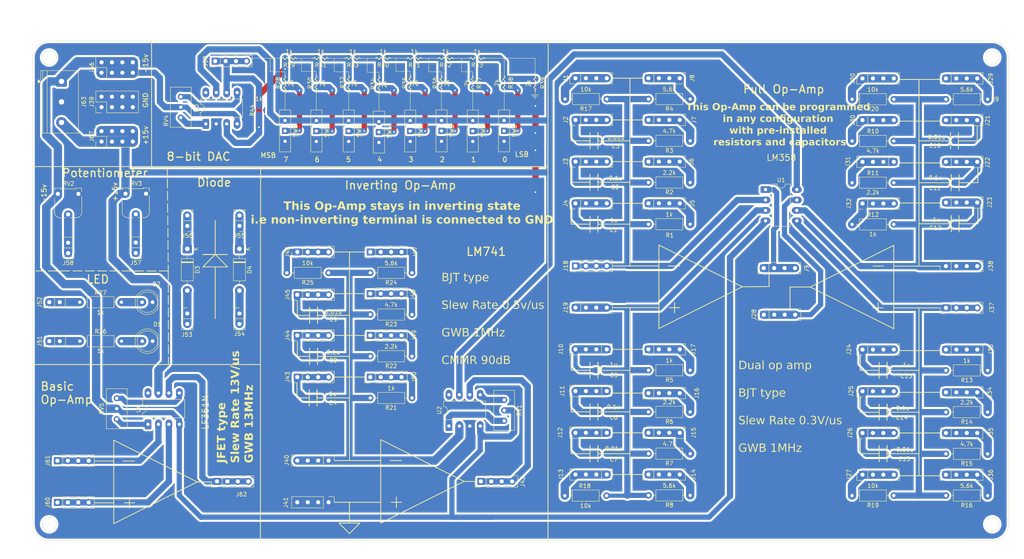
<source format=kicad_pcb>
(kicad_pcb (version 20241229) (generator "pcbnew") (generator_version "9.0")
  (layers (0 "F.Cu" signal) (2 "B.Cu" signal) (13 "F.Paste" user) (15 "B.Paste" user) (5 "F.SilkS" user "F.Silkscreen") (7 "B.SilkS" user "B.Silkscreen") (1 "F.Mask" user) (3 "B.Mask" user) (25 "Edge.Cuts" user))
  (net 0 "")
  (net 1 "Net-(J18-Pin_1)")
  (net 2 "Net-(J4-Pin_1)")
  (net 3 "Net-(J3-Pin_1)")
  (net 4 "Net-(J2-Pin_1)")
  (net 5 "Net-(J43-Pin_1)")
  (net 6 "Net-(J40-Pin_1)")
  (net 7 "Net-(J19-Pin_1)")
  (net 8 "Net-(J10-Pin_1)")
  (net 9 "Net-(J11-Pin_1)")
  (net 10 "Net-(J12-Pin_1)")
  (net 11 "Net-(J44-Pin_1)")
  (net 12 "Net-(J45-Pin_1)")
  (net 13 "Net-(J21-Pin_1)")
  (net 14 "Net-(J38-Pin_1)")
  (net 15 "Net-(J22-Pin_1)")
  (net 16 "Net-(J23-Pin_1)")
  (net 17 "Net-(J24-Pin_1)")
  (net 18 "Net-(J37-Pin_1)")
  (net 19 "Net-(J25-Pin_1)")
  (net 20 "Net-(J26-Pin_1)")
  (net 21 "GND")
  (net 22 "-15V")
  (net 23 "+15V")
  (net 24 "Net-(D1-A)")
  (net 25 "Net-(D2-A)")
  (net 26 "Net-(D3-K)")
  (net 27 "Net-(D3-A)")
  (net 28 "Net-(D4-K)")
  (net 29 "Net-(D4-A)")
  (net 30 "Net-(J1-Pin_1)")
  (net 31 "Net-(J5-Pin_1)")
  (net 32 "Net-(J6-Pin_1)")
  (net 33 "Net-(J7-Pin_1)")
  (net 34 "Net-(J8-Pin_1)")
  (net 35 "Net-(J9-Pin_1)")
  (net 36 "Net-(J13-Pin_1)")
  (net 37 "Net-(J14-Pin_1)")
  (net 38 "Net-(J15-Pin_1)")
  (net 39 "Net-(J16-Pin_1)")
  (net 40 "Net-(J17-Pin_1)")
  (net 41 "Net-(J20-Pin_1)")
  (net 42 "Net-(J27-Pin_1)")
  (net 43 "Net-(J28-Pin_1)")
  (net 44 "Net-(J29-Pin_1)")
  (net 45 "Net-(J30-Pin_1)")
  (net 46 "Net-(J31-Pin_1)")
  (net 47 "Net-(J32-Pin_1)")
  (net 48 "Net-(J33-Pin_1)")
  (net 49 "Net-(J34-Pin_1)")
  (net 50 "Net-(J35-Pin_1)")
  (net 51 "Net-(J36-Pin_1)")
  (net 52 "Net-(J42-Pin_1)")
  (net 53 "Net-(J46-Pin_1)")
  (net 54 "Net-(J47-Pin_1)")
  (net 55 "Net-(J48-Pin_1)")
  (net 56 "Net-(J49-Pin_1)")
  (net 57 "Net-(J50-Pin_1)")
  (net 58 "Net-(J51-Pin_1)")
  (net 59 "Net-(J52-Pin_1)")
  (net 60 "Net-(J57-Pin_1)")
  (net 61 "Net-(J58-Pin_1)")
  (net 62 "Net-(J59-Pin_1)")
  (net 63 "Net-(J60-Pin_1)")
  (net 64 "Net-(J61-Pin_1)")
  (net 65 "Net-(J62-Pin_1)")
  (net 66 "Net-(U3-+)")
  (net 67 "Net-(SW8-B)")
  (net 68 "Net-(R29-Pad2)")
  (net 69 "Net-(SW7-B)")
  (net 70 "Net-(R31-Pad2)")
  (net 71 "Net-(SW6-B)")
  (net 72 "Net-(R33-Pad2)")
  (net 73 "Net-(SW5-B)")
  (net 74 "Net-(R35-Pad1)")
  (net 75 "Net-(SW4-B)")
  (net 76 "Net-(R36-Pad1)")
  (net 77 "Net-(SW3-B)")
  (net 78 "Net-(SW2-B)")
  (net 79 "Net-(R37-Pad1)")
  (net 80 "Net-(SW1-B)")
  (net 81 "Net-(R38-Pad1)")
  (net 82 "Net-(RV1-Pad1)")
  (net 83 "Net-(RV1-Pad3)")
  (net 84 "Net-(RV4-Pad3)")
  (net 85 "Net-(RV4-Pad1)")
  (net 86 "Net-(RV5-Pad3)")
  (net 87 "Net-(RV5-Pad1)")
  (footprint "Connector_PinHeader_2.54mm:PinHeader_1x02_P2.54mm_Vertical" (layer "F.Cu") (at 84.9 104.36)
    (property "Reference" "J54")
    (property "Value" "Conn_01x02_Pin" (hide yes))
  )
  (footprint "Button_Switch_THT:SW_Slide-03_Wuerth-WS-SLTV_10x2.5x6.4_P2.54mm" (layer "F.Cu") (at 141.732 59.912 -90)
    (property "Reference" "SW2")
    (property "Value" "Slide Switch")
  )
  (footprint "Connector_PinHeader_2.54mm:PinHeader_1x04_P2.54mm_Vertical" (layer "F.Cu") (at 256.97 77.326 90)
    (property "Reference" "J23")
    (property "Value" "Conn_01x04_Pin" (hide yes))
  )
  (footprint "Connector_PinHeader_2.54mm:PinHeader_1x04_P2.54mm_Vertical" (layer "F.Cu") (at 184.5208 123.7578 90)
    (property "Reference" "J16")
    (property "Value" "Conn_01x04_Pin" (hide yes))
  )
  (footprint "Potentiometer_THT:Potentiometer_Bourns_3296W_Vertical" (layer "F.Cu") (at 149.3836 130.4926 -90)
    (property "Reference" "RV1")
    (property "Value" "10k")
  )
  (footprint "Resistor_THT:R_Axial_DIN0207_L6.3mm_D2.5mm_P10.16mm_Horizontal" (layer "F.Cu") (at 244.27 52.18 180)
    (property "Reference" "R20")
    (property "Value" "10k")
  )
  (footprint "LED_THT:LED_D5.0mm" (layer "F.Cu") (at 63.76025 111.1 180)
    (property "Reference" "D1")
    (property "Value" "LED")
  )
  (footprint "Resistor_THT:R_Axial_DIN0207_L6.3mm_D2.5mm_P10.16mm_Horizontal" (layer "F.Cu") (at 267.13 148.7 180)
    (property "Reference" "R16")
    (property "Value" "5.6k")
  )
  (footprint "Connector_PinHeader_2.54mm:PinHeader_1x04_P2.54mm_Vertical" (layer "F.Cu") (at 166.7408 77.5298 90)
    (property "Reference" "J4")
    (property "Value" "Conn_01x04_Pin" (hide yes))
  )
  (footprint "Connector_PinHeader_2.54mm:PinHeader_1x04_P2.54mm_Vertical" (layer "F.Cu") (at 106.61 150.33 -90)
    (property "Reference" "J41")
    (property "Value" "Conn_01x04_Pin" (hide yes))
  )
  (footprint "Resistor_THT:R_Axial_DIN0207_L6.3mm_D2.5mm_P10.16mm_Horizontal" (layer "F.Cu") (at 106.61 94.45 180)
    (property "Reference" "R25")
    (property "Value" "10k")
  )
  (footprint "Connector_PinHeader_2.54mm:PinHeader_1x04_P2.54mm_Vertical" (layer "F.Cu") (at 166.7408 102.9298 90)
    (property "Reference" "J19")
    (property "Value" "Conn_01x04_Pin" (hide yes))
  )
  (footprint "Resistor_THT:R_Axial_DIN0207_L6.3mm_D2.5mm_P10.16mm_Horizontal" (layer "F.Cu") (at 267.13 118.22 180)
    (property "Reference" "R13")
    (property "Value" "1k")
  )
  (footprint "Connector_PinHeader_2.54mm:PinHeader_1x04_P2.54mm_Vertical" (layer "F.Cu") (at 174.3608 123.2498 -90)
    (property "Reference" "J11")
    (property "Value" "Conn_01x04_Pin" (hide yes))
  )
  (footprint "Connector_PinHeader_2.54mm:PinHeader_1x04_P2.54mm_Vertical" (layer "F.Cu") (at 256.97 102.98 90)
    (property "Reference" "J37")
    (property "Value" "Conn_01x04_Pin" (hide yes))
  )
  (footprint "Resistor_THT:R_Axial_DIN0207_L6.3mm_D2.5mm_P10.16mm_Horizontal" (layer "F.Cu") (at 194.6808 72.4498 180)
    (property "Reference" "R2")
    (property "Value" "2.2k")
  )
  (footprint "Resistor_THT:R_Axial_DIN0207_L6.3mm_D2.5mm_P10.16mm_Horizontal" (layer "F.Cu") (at 126.93 104.61 180)
    (property "Reference" "R23")
    (property "Value" "4.7k")
  )
  (footprint "Connector_PinHeader_2.54mm:PinHeader_1x04_P2.54mm_Vertical" (layer "F.Cu") (at 184.5208 113.0898 90)
    (property "Reference" "J17")
    (property "Value" "Conn_01x04_Pin" (hide yes))
  )
  (footprint "Connector_PinHeader_2.54mm:PinHeader_2x04_P2.54mm_Vertical" (layer "F.Cu") (at 51.308 54.102 90)
    (property "Reference" "J39")
    (property "Value" "Conn_02x04_Counter_Clockwise" (hide yes))
  )
  (footprint "Connector_PinHeader_2.54mm:PinHeader_1x04_P2.54mm_Vertical" (layer "F.Cu") (at 256.97 123.554 90)
    (property "Reference" "J34")
    (property "Value" "Conn_01x04_Pin" (hide yes))
  )
  (footprint "Connector_PinHeader_2.54mm:PinHeader_1x04_P2.54mm_Vertical" (layer "F.Cu") (at 40.568 150.367192 90)
    (property "Reference" "J60")
    (property "Value" "Conn_01x04_Pin" (hide yes))
  )
  (footprint "Resistor_THT:R_Axial_DIN0207_L6.3mm_D2.5mm_P10.16mm_Horizontal" (layer "F.Cu") (at 194.6808 62.2898 180)
    (property "Reference" "R3")
    (property "Value" "4.7k")
  )
  (footprint "Connector_PinHeader_2.54mm:PinHeader_1x04_P2.54mm_Vertical" (layer "F.Cu") (at 98.99 89.37 90)
    (property "Reference" "J46")
    (property "Value" "Conn_01x04_Pin" (hide yes))
  )
  (footprint "Button_Switch_THT:SW_Slide-03_Wuerth-WS-SLTV_10x2.5x6.4_P2.54mm" (layer "F.Cu") (at 103.632 59.912 -90)
    (property "Reference" "SW7")
    (property "Value" "Slide Switch")
  )
  (footprint "Connector_PinHeader_2.54mm:PinHeader_1x04_P2.54mm_Vertical" (layer "F.Cu") (at 244.27 67.42 -90)
    (property "Reference" "J31")
    (property "Value" "Conn_01x04_Pin" (hide yes))
  )
  (footprint "Connector_PinHeader_2.54mm:PinHeader_1x04_P2.54mm_Vertical" (layer "F.Cu") (at 98.99 109.69 90)
    (property "Reference" "J44")
    (property "Value" "Conn_01x04_Pin" (hide yes))
  )
  (footprint "Connector_PinHeader_2.54mm:PinHeader_1x04_P2.54mm_Vertical" (layer "F.Cu") (at 106.61 140.17 -90)
    (property "Reference" "J40")
    (property "Value" "Conn_01x04_Pin" (hide yes))
  )
  (footprint "Connector_PinHeader_2.54mm:PinHeader_1x04_P2.54mm_Vertical" (layer "F.Cu") (at 212.62 104.65 90)
    (property "Reference" "J28")
    (property "Value" "Conn_01x04_Pin" (hide yes))
  )
  (footprint "Connector_PinHeader_2.54mm:PinHeader_1x04_P2.54mm_Vertical" (layer "F.Cu") (at 79.43 145.25 90)
    (property "Reference" "J62")
    (property "Value" "Conn_01x04_Pin" (hide yes))
  )
  (footprint "Connector_PinHeader_2.54mm:PinHeader_1x04_P2.54mm_Vertical" (layer "F.Cu") (at 174.3608 143.5698 -90)
    (property "Reference" "J13")
    (property "Value" "Conn_01x04_Pin" (hide yes))
  )
  (footprint "Connector_PinHeader_2.54mm:PinHeader_1x04_P2.54mm_Vertical" (layer "F.Cu") (at 166.7408 92.7698 90)
    (property "Reference" "J18")
    (property "Value" "Conn_01x04_Pin" (hide yes))
  )
  (footprint "Connector_PinHeader_2.54mm:PinHeader_1x04_P2.54mm_Vertical" (layer "F.Cu") (at 236.65 57.26 90)
    (property "Reference" "J30")
    (property "Value" "Conn_01x04_Pin" (hide yes))
  )
  (footprint "Resistor_THT:R_Axial_DIN0207_L6.3mm_D2.5mm_P10.16mm_Horizontal" (layer "F.Cu") (at 174.3608 52.1298 180)
    (property "Reference" "R17")
    (property "Value" "10k")
  )
  (footprint "Connector_PinHeader_2.54mm:PinHeader_1x04_P2.54mm_Vertical" (layer "F.Cu") (at 236.65 123.3 90)
    (property "Reference" "J25")
    (property "Value" "Conn_01x04_Pin" (hide yes))
  )
  (footprint "Resistor_THT:R_Axial_DIN0207_L6.3mm_D2.5mm_P10.16mm_Horizontal" (layer "F.Cu") (at 267.13 138.54 180)
    (property "Reference" "R15")
    (property "Value" "4.7k")
  )
  (footprint "Connector_PinHeader_2.54mm:PinHeader_1x04_P2.54mm_Vertical" (layer "F.Cu") (at 40.568 140.207192 90)
    (property "Reference" "J61")
    (property "Value" "Conn_01x04_Pin" (hide yes))
  )
  (footprint "Resistor_THT:R_Axial_DIN0207_L6.3mm_D2.5mm_P10.16mm_Horizontal" (layer "F.Cu") (at 194.6808 148.6498 180)
    (property "Reference" "R8")
    (property "Value" "5.6k")
  )
  (footprint "TerminalBlock_Phoenix:TerminalBlock_Phoenix_PT-1,5-3-5.0-H_1x03_P5.00mm_Horizontal" (layer "F.Cu") (at 41.5665 47.822 -90)
    (property "Reference" "J63")
    (property "Value" "Screw_Terminal_01x03")
  )
  (footprint "Diode_THT:D_DO-41_SOD81_P10.16mm_Horizontal" (layer "F.Cu") (at 84.9 88.612 -90)
    (property "Reference" "D4")
    (property "Value" "1N4007")
  )
  (footprint "Connector_PinHeader_2.54mm:PinHeader_1x04_P2.54mm_Vertical" (layer "F.Cu") (at 256.97 113.14 90)
    (property "Reference" "J33")
    (property "Value" "Conn_01x04_Pin" (hide yes))
  )
  (footprint "Connector_PinHeader_2.54mm:PinHeader_1x04_P2.54mm_Vertical" (layer "F.Cu") (at 174.3608 113.0898 -90)
    (property "Reference" "J10")
    (property "Value" "Conn_01x04_Pin" (hide yes))
  )
  (footprint "Connector_PinHeader_2.54mm:PinHeader_1x04_P2.54mm_Vertical" (layer "F.Cu") (at 256.97 57.26 90)
    (property "Reference" "J21")
    (property "Value" "Conn_01x04_Pin" (hide yes))
  )
  (footprint "Connector_PinHeader_2.54mm:PinHeader_1x02_P2.54mm_Vertical" (layer "F.Cu") (at 72.2 104.36)
    (property "Reference" "J53")
    (property "Value" "Conn_01x02_Pin" (hide yes))
  )
  (footprint "Connector_PinHeader_2.54mm:PinHeader_1x04_P2.54mm_Vertical" (layer "F.Cu") (at 98.99 99.784 90)
    (property "Reference" "J45")
    (property "Value" "Conn_01x04_Pin" (hide yes))
  )
  (footprint "Diode_THT:D_DO-41_SOD81_P10.16mm_Horizontal" (layer "F.Cu") (at 72.2 88.612 -90)
    (property "Reference" "D3")
    (property "Value" "1N4007")
  )
  (footprint "Connector_PinHeader_2.54mm:PinHeader_1x04_P2.54mm_Vertical" (layer "F.Cu") (at 174.3608 133.4098 -90)
    (property "Reference" "J12")
    (property "Value" "Conn_01x04_Pin" (hide yes))
  )
  (footprint "Connector_PinHeader_2.54mm:PinHeader_1x02_P2.54mm_Vertical" (layer "F.Cu") (at 38.60925 111.1 90)
    (property "Reference" "J51")
    (property "Value" "Conn_01x02_Pin" (hide yes))
  )
  (footprint "Connector_PinHeader_2.54mm:PinHeader_1x04_P2.54mm_Vertical" (layer "F.Cu") (at 184.5208 47.0498 90)
    (property "Reference" "J8")
    (property "Value" "Conn_01x04_Pin" (hide yes))
  )
  (footprint "Connector_PinHeader_2.54mm:PinHeader_1x04_P2.54mm_Vertical" (layer "F.Cu") (at 212.59 93.3 90)
    (property "Reference" "J9")
    (property "Value" "Conn_01x04_Pin" (hide yes))
  )
  (footprint "Connector_PinHeader_2.54mm:PinHeader_1x04_P2.54mm_Vertical" (layer "F.Cu") (at 236.65 113.14 90)
    (property "Reference" "J24")
    (property "Value" "Conn_01x04_Pin" (hide yes))
  )
  (footprint "Potentiometer_THT:Potentiometer_Bourns_3296W_Vertical" (layer "F.Cu") (at 70.612 56.642 -90)
    (property "Reference" "RV4")
    (property "Value" "1k")
  )
  (footprint "Package_DIP:DIP-8_W7.62mm_LongPads" (layer "F.Cu") (at 213.03 74.17)
    (property "Reference" "U1")
    (property "Value" "LM358")
  )
  (footprint "Resistor_THT:R_Axial_DIN0207_L6.3mm_D2.5mm_P10.16mm_Horizontal" (layer "F.Cu") (at 174.31 148.726 180)
    (property "Reference" "R18")
    (property "Value" "10k")
  )
  (footprint "Resistor_THT:R_Axial_DIN0207_L6.3mm_D2.5mm_P10.16mm_Horizontal" (layer "F.Cu") (at 194.6808 138.4898 180)
    (property "Reference" "R7")
    (property "Value" "4.7k")
  )
  (footprint "Resistor_THT:R_Axial_DIN0207_L6.3mm_D2.5mm_P10.16mm_Horizontal" (layer "F.Cu") (at 234.11 72.5)
    (property "Reference" "R11")
    (property "Value" "2.2k")
  )
  (footprint "Potentiometer_THT:Potentiometer_Runtron_RM-065_Vertical" (layer "F.Cu") (at 57.15 75.184)
    (property "Reference" "RV3")
    (property "Value" "10K")
  )
  (footprint "Connector_PinHeader_2.54mm:PinHeader_1x04_P2.54mm_Vertical" (layer "F.Cu") (at 166.7408 67.3698 90)
    (property "Reference" "J3")
    (property "Value" "Conn_01x04_Pin" (hide yes))
  )
  (footprint "Resistor_THT:R_Axial_DIN0207_L6.3mm_D2.5mm_P10.16mm_Horizontal" (layer "F.Cu") (at 234.11 82.66)
    (property "Reference" "R12")
    (property "Value" "1k")
  )
  (footprint "Button_Switch_THT:SW_Slide-03_Wuerth-WS-SLTV_10x2.5x6.4_P2.54mm" (layer "F.Cu") (at 96.012 59.88 -90)
    (property "Reference" "SW8")
    (property "Value" "Slide Switch")
  )
  (footprint "Resistor_THT:R_Axial_DIN0207_L6.3mm_D2.5mm_P10.16mm_Horizontal" (layer "F.Cu") (at 267.13 52.18 180)
    (property "Reference" "R9")
    (property "Value" "5.6k")
  )
  (footprint "Connector_PinHeader_2.54mm:PinHeader_1x04_P2.54mm_Vertical" (layer "F.Cu") (at 236.65 133.46 90)
    (property "Reference" "J26")
    (property "Value" "Conn_01x04_Pin" (hide yes))
  )
  (footprint "Resistor_THT:R_Axial_DIN0207_L6.3mm_D2.5mm_P10.16mm_Horizontal" (layer "F.Cu") (at 126.93 114.77 180)
    (property "Reference" "R22")
    (property "Value" "2.2k")
  )
  (footprint "Connector_PinHeader_2.54mm:PinHeader_1x04_P2.54mm_Vertical" (layer "F.Cu") (at 184.5208 77.5298 90)
    (property "Reference" "J5")
    (property "Value" "Conn_01x04_Pin" (hide yes))
  )
  (footprint "Package_DIP:DIP-8_W7.62mm_LongPads" (layer "F.Cu") (at 135.9216 131.7626 90)
    (property "Reference" "U2")
    (property "Value" "LM741")
  )
  (footprint "Connector_PinHeader_2.54mm:PinHeader_1x02_P2.54mm_Vertical" (layer "F.Cu") (at 43.18 89.662 180)
    (property "Reference" "J58")
    (property "Value" "Conn_01x02_Pin" (hide yes))
  )
  (footprint "Connector_PinHeader_2.54mm:PinHeader_1x04_P2.54mm_Vertical" (layer "F.Cu") (at 184.5208 143.5698 90)
    (property "Reference" "J14")
    (property "Value" "Conn_01x04_Pin" (hide yes))
  )
  (footprint "Connector_PinHeader_2.54mm:PinHeader_1x04_P2.54mm_Vertical" (layer "F.Cu") (at 256.97 133.46 90)
    (property "Reference" "J35")
    (property "Value" "Conn_01x04_Pin" (hide yes))
  )
  (footprint "Connector_PinHeader_2.54mm:PinHeader_1x04_P2.54mm_Vertical" (layer "F.Cu") (at 98.99 119.85 90)
    (property "Reference" "J43")
    (property "Value" "Conn_01x04_Pin" (hide yes))
  )
  (footprint "Connector_PinHeader_2.54mm:PinHeader_1x04_P2.54mm_Vertical" (layer "F.Cu") (at 116.77 109.69 90)
    (property "Reference" "J49")
    (property "Value" "Conn_01x04_Pin" (hide yes))
  )
  (footprint "Connector_PinHeader_2.54mm:PinHeader_1x04_P2.54mm_Vertical" (layer "F.Cu") (at 184.5208 67.3698 90)
    (property "Reference" "J6")
    (property "Value" "Conn_01x04_Pin" (hide yes))
  )
  (footprint "Button_Switch_THT:SW_Slide-03_Wuerth-WS-SLTV_10x2.5x6.4_P2.54mm" (layer "F.Cu") (at 118.872 60.166 -90)
    (property "Reference" "SW5")
    (property "Value" "Slide Switch")
  )
  (footprint "Resistor_THT:R_Axial_DIN0207_L6.3mm_D2.5mm_P10.16mm_Horizontal" (layer "F.Cu") (at 126.93 124.93 180)
    (property "Reference" "R21")
    (property "Value" "1k")
  )
  (footprint "Connector_PinHeader_2.54mm:PinHeader_1x02_P2.54mm_Vertical" (layer "F.Cu") (at 59.65 89.621 180)
    (property "Reference" "J57")
    (property "Value" "Conn_01x02_Pin" (hide yes))
  )
  (footprint "Connector_PinHeader_2.54mm:PinHeader_1x02_P2.54mm_Vertical" (layer "F.Cu") (at 72.2 83.024 180)
    (property "Reference" "J56")
    (property "Value" "Conn_01x02_Pin" (hide yes))
  )
  (footprint "Resistor_THT:R_Axial_DIN0207_L6.3mm_D2.5mm_P10.16mm_Horizontal" (layer "F.Cu") (at 194.6808 82.6098 180)
    (property "Reference" "R1")
    (property "Value" "1k")
  )
  (footprint "Connector_PinHeader_2.54mm:PinHeader_1x04_P2.54mm_Vertical" (layer "F.Cu") (at 116.77 119.85 90)
    (property "Reference" "J50")
    (property "Value" "Conn_01x04_Pin" (hide yes))
  )
  (footprint "Potentiometer_THT:Potentiometer_Bourns_3296W_Vertical" (layer "F.Cu") (at 55.005 125 90)
    (property "Reference" "RV5")
    (property "Value" "1k")
  )
  (footprint "LED_THT:LED_D5.0mm_Clear" (layer "F.Cu") (at 63.7385 101.6 180)
    (property "Reference" "D2")
    (property "Value" "LED")
  )
  (footprint "Button_Switch_THT:SW_Slide-03_Wuerth-WS-SLTV_10x2.5x6.4_P2.54mm" (layer "F.Cu") (at 149.352 59.88 -90)
    (property "Reference" "SW1")
    (property "Value" "Slide Switch")
  )
  (footprint "Connector_PinHeader_2.54mm:PinHeader_1x04_P2.54mm_Vertical" (layer "F.Cu") (at 236.65 47.1 90)
    (property "Reference" "J20")
    (property "Value" "Conn_01x04_Pin" (hide yes))
  )
  (footprint "Connector_PinHeader_2.54mm:PinHeader_1x04_P2.54mm_Vertical" (layer "F.Cu") (at 236.65 143.62 90)
    (property "Reference" "J27")
    (property "Value" "Conn_01x04_Pin" (hide yes))
  )
  (footprint "Potentiometer_THT:Potentiometer_Runtron_RM-065_Vertical" (layer "F.Cu") (at 40.68 75.225)
    (property "Reference" "RV2")
    (property "Value" "1k")
  )
  (footprint "Connector_PinHeader_2.54mm:PinHeader_1x04_P2.54mm_Vertical" (layer "F.Cu") (at 166.7408 57.2098 90)
    (property "Reference" "J2")
    (property "Value" "Conn_01x04_Pin" (hide yes))
  )
  (footprint "Connector_PinHeader_2.54mm:PinHeader_1x04_P2.54mm_Vertical" (layer "F.Cu") (at 256.97 47.1 90)
    (property "Reference" "J29")
    (property "Value" "Conn_01x04_Pin" (hide yes))
  )
  (footprint "Connector_PinHeader_2.54mm:PinHeader_1x04_P2.54mm_Vertical" (layer "F.Cu") (at 116.77 89.37 90)
    (property "Reference" "J47")
    (property "Value" "Conn_01x04_Pin" (hide yes))
  )
  (footprint "Resistor_THT:R_Axial_DIN0207_L6.3mm_D2.5mm_P10.16mm_Horizontal" (layer "F.Cu") (at 45.998 101.6)
    (property "Reference" "R27")
    (property "Value" "1k")
  )
  (footprint "Connector_PinHeader_2.54mm:PinHeader_1x04_P2.54mm_Vertical" (layer "F.Cu") (at 166.7408 47.0498 90)
    (property "Reference" "J1")
    (property "Value" "Conn_01x04_Pin" (hide yes))
  )
  (footprint "Resistor_THT:R_Axial_DIN0207_L6.3mm_D2.5mm_P10.16mm_Horizontal" (layer "F.Cu") (at 46.01975 111.1)
    (property "Reference" "R26")
    (property "Value" "1k")
  )
  (footprint "Connector_PinHeader_2.54mm:PinHeader_2x04_P2.54mm_Vertical" (layer "F.Cu") (at 51.308 62.484 90)
    (property "Reference" "J67")
    (property "Value" "Conn_02x04_Counter_Clockwise" (hide yes))
  )
  (footprint "Connector_PinHeader_2.54mm:PinHeader_1x02_P2.54mm_Vertical" (layer "F.Cu") (at 84.9 83.024 180)
    (property "Reference" "J55")
    (property "Value" "Conn_01x02_Pin" (hide yes))
  )
  (footprint "Button_Switch_THT:SW_Slide-03_Wuerth-WS-SLTV_10x2.5x6.4_P2.54mm" (layer "F.Cu") (at 111.506 59.912 -90)
    (property "Reference" "SW6")
    (property "Value" "Slide Switch")
  )
  (footprint "Connector_PinHeader_2.54mm:PinHeader_1x04_P2.54mm_Vertical" (layer "F.Cu") (at 116.77 99.53 90)
    (property "Reference" "J48")
    (property "Value" "Conn_01x04_Pin" (hide yes))
  )
  (footprint "Resistor_THT:R_Axial_DIN0207_L6.3mm_D2.5mm_P10.16mm_Horizontal" (layer "F.Cu") (at 244.27 148.7 180)
    (property "Reference" "R19")
    (property "Value" "10k")
  )
  (footprint "Connector_PinHeader_2.54mm:PinHeader_1x04_P2.54mm_Vertical" (layer "F.Cu") (at 236.65 77.58 90)
    (property "Reference" "J32")
    (property "Value" "Conn_01x04_Pin" (hide yes))
  )
  (footprint "Connector_PinHeader_2.54mm:PinHeader_1x04_P2.54mm_Vertical" (layer "F.Cu") (at 256.97 67.42 90)
    (property "Reference" "J22")
    (property "Value" "Conn_01x04_Pin" (hide yes))
  )
  (footprint "Package_DIP:DIP-8_W7.62mm_LongPads" (layer "F.Cu") (at 76.708 58.166 90)
    (property "Reference" "U3")
    (property "Value" "LM741")
  )
  (footprint "Button_Switch_THT:SW_Slide-03_Wuerth-WS-SLTV_10x2.5x6.4_P2.54mm" (layer "F.Cu") (at 126.492 59.912 -90)
    (property "Reference" "SW4")
    (property "Value" "Slide Switch")
  )
  (footprint "Connector_PinHeader_2.54mm:PinHeader_1x04_P2.54mm_Vertical" (layer "F.Cu") (at 184.5208 57.2098 90)
    (property "Reference" "J7")
    (property "Value" "Conn_01x04_Pin" (hide yes))
  )
  (footprint "Button_Switch_THT:SW_Slide-03_Wuerth-WS-SLTV_10x2.5x6.4_P2.54mm" (layer "F.Cu") (at 134.112 59.88 -90)
    (property "Reference" "SW3")
    (property "Value" "Slide Switch")
  )
  (footprint "Connector_PinHeader_2.54mm:PinHeader_1x04_P2.54mm_Vertical" (layer "F.Cu") (at 256.97 143.62 90)
    (property "Reference" "J36")
    (property "Value" "Conn_01x04_Pin" (hide yes))
  )
  (footprint "Resistor_THT:R_Axial_DIN0207_L6.3mm_D2.5mm_P10.16mm_Horizontal" (layer "F.Cu") (at 194.6808 128.3298 180)
    (property "Reference" "R6")
    (property "Value" "2.2k")
  )
  (footprint "Connector_PinHeader_2.54mm:PinHeader_1x04_P2.54mm_Vertical" (layer "F.Cu") (at 78.994 42.894 90)
    (property "Reference" "J59")
    (property "Value" "Conn_01x04_Pin" (hide yes))
  )
  (footprint "Resistor_THT:R_Axial_DIN0207_L6.3mm_D2.5mm_P10.16mm_Horizontal" (layer "F.Cu") (at 234.11 62.34)
    (property "Reference" "R10")
    (property "Value" "4.7k")
  )
  (footprint "Connector_PinHeader_2.54mm:PinHeader_1x04_P2.54mm_Vertical" (layer "F.Cu") (at 143.694 145.25 90)
    (property "Reference" "J42")
    (property "Value" "Conn_01x04_Pin" (hide yes))
  )
  (footprint "Package_DIP:DIP-8_W7.62mm_LongPads" (layer "F.Cu") (at 62.63 131.35 90)
    (property "Reference" "U4")
    (property "Value" "LF351N")
  )
  (footprint "Connector_PinHeader_2.54mm:PinHeader_2x04_P2.54mm_Vertical" (layer "F.Cu") (at 51.308 45.72 90)
    (property "Reference" "J66")
    (property "Value" "Conn_02x04_Counter_Clockwise" (hide yes))
  )
  (footprint "Connector_PinHeader_2.54mm:PinHeader_1x04_P2.54mm_Vertical" (layer "F.Cu") (at 256.97 92.82 90)
    (property "Reference" "J38")
    (property "Value" "Conn_01x04_Pin" (hide yes))
  )
  (footprint "Resistor_THT:R_Axial_DIN0207_L6.3mm_D2.5mm_P10.16mm_Horizontal" (layer "F.Cu") (at 194.6808 118.1698 180)
    (property "Reference" "R5")
    (property "Value" "1k")
  )
  (footprint "Connector_PinHeader_2.54mm:PinHeader_1x02_P2.54mm_Vertical" (layer "F.Cu") (at 38.5875 101.6 90)
    (property "Reference" "J52")
    (property "Value" "Conn_01x02_Pin" (hide yes))
  )
  (footprint "Connector_PinHeader_2.54mm:PinHeader_1x04_P2.54mm_Vertical" (layer "F.Cu") (at 184.5208 133.4098 90)
    (property "Reference" "J15")
    (property "Value" "Conn_01x04_Pin" (hide yes))
  )
  (footprint "Resistor_THT:R_Axial_DIN0207_L6.3mm_D2.5mm_P10.16mm_Horizontal" (layer "F.Cu") (at 267.13 128.38 180)
    (property "Reference" "R14")
    (property "Value" "2.2k")
  )
  (footprint "Resistor_THT:R_Axial_DIN0207_L6.3mm_D2.5mm_P10.16mm_Horizontal" (layer "F.Cu") (at 126.93 94.45 180)
    (property "Reference" "R24")
    (property "Value" "5.6k")
  )
  (footprint "Resistor_THT:R_Axial_DIN0207_L6.3mm_D2.5mm_P10.16mm_Horizontal" (layer "F.Cu") (at 194.6808 52.1298 180)
    (property "Reference" "R4")
    (property "Value" "5.6k")
  )
  (footprint "Capacitor_SMD:C_0805_2012Metric_Pad1.18x1.45mm_HandSolder" (layer "B.Cu") (at 173.3625 72.5 180)
    (property "Reference" "C2")
    (property "Value" "0.1u")
  )
  (footprint "Resistor_SMD:R_0805_2012Metric_Pad1.20x1.40mm_HandSolder" (layer "B.Cu") (at 149.352 48.212 -90)
    (property "Reference" "R38")
    (property "Value" "2k")
  )
  (footprint "Capacitor_SMD:C_0805_2012Metric_Pad1.18x1.45mm_HandSolder" (layer "B.Cu") (at 258.0375 72.5)
    (property "Reference" "C11")
    (property "Value" "0.1u")
  )
  (footprint "Capacitor_SMD:C_0805_2012Metric_Pad1.18x1.45mm_HandSolder" (layer "B.Cu") (at 243.2625 118.2 180)
    (property "Reference" "C13")
    (property "Value" "1u")
  )
  (footprint "Resistor_SMD:R_0805_2012Metric_Pad1.20x1.40mm_HandSolder" (layer "B.Cu") (at 104.7 42.2)
    (property "Reference" "R31")
    (property "Value" "1k")
  )
  (footprint "Resistor_SMD:R_0805_2012Metric_Pad1.20x1.40mm_HandSolder" (layer "B.Cu") (at 103.632 48.212 -90)
    (property "Reference" "R30")
    (property "Value" "2k")
  )
  (footprint "Capacitor_SMD:C_0805_2012Metric_Pad1.18x1.45mm_HandSolder" (layer "B.Cu") (at 173.3375 62.2 180)
    (property "Reference" "C3")
    (property "Value" "0.01u")
  )
  (footprint "Resistor_SMD:R_0805_2012Metric_Pad1.20x1.40mm_HandSolder" (layer "B.Cu") (at 156.972 48.212 -90)
    (property "Reference" "R39")
    (property "Value" "2k")
  )
  (footprint "Resistor_SMD:R_0805_2012Metric_Pad1.20x1.40mm_HandSolder" (layer "B.Cu") (at 135.1 42.2)
    (property "Reference" "R42")
    (property "Value" "1k")
  )
  (footprint "Resistor_SMD:R_0805_2012Metric_Pad1.20x1.40mm_HandSolder" (layer "B.Cu") (at 89.662 54.864 -90)
    (property "Reference" "R44")
    (property "Value" "1k")
  )
  (footprint "Capacitor_SMD:C_0805_2012Metric_Pad1.18x1.45mm_HandSolder" (layer "B.Cu") (at 258.0375 62.3)
    (property "Reference" "C10")
    (property "Value" "0.01u")
  )
  (footprint "Capacitor_SMD:C_0805_2012Metric_Pad1.18x1.45mm_HandSolder" (layer "B.Cu") (at 173.3625 128.3298 180)
    (property "Reference" "C6")
    (property "Value" "0.1u")
  )
  (footprint "Capacitor_SMD:C_0805_2012Metric_Pad1.18x1.45mm_HandSolder" (layer "B.Cu") (at 105.6625 124.9 180)
    (property "Reference" "C4")
    (property "Value" "1u")
  )
  (footprint "Resistor_SMD:R_0805_2012Metric_Pad1.20x1.40mm_HandSolder" (layer "B.Cu") (at 127.5 42.2)
    (property "Reference" "R41")
    (property "Value" "1k")
  )
  (footprint "Capacitor_SMD:C_0805_2012Metric_Pad1.18x1.45mm_HandSolder" (layer "B.Cu") (at 173.2625 138.4898 180)
    (property "Reference" "C7")
    (property "Value" "0.01u")
  )
  (footprint "Resistor_SMD:R_0805_2012Metric_Pad1.20x1.40mm_HandSolder" (layer "B.Cu") (at 118.872 48.466 -90)
    (property "Reference" "R34")
    (property "Value" "2k")
  )
  (footprint "Capacitor_SMD:C_0805_2012Metric_Pad1.18x1.45mm_HandSolder" (layer "B.Cu") (at 243.2625 128.38 180)
    (property "Reference" "C14")
    (property "Value" "0.1u")
  )
  (footprint "Resistor_SMD:R_0805_2012Metric_Pad1.20x1.40mm_HandSolder" (layer "B.Cu") (at 141.732 48.212 -90)
    (property "Reference" "R37")
    (property "Value" "2k")
  )
  (footprint "Capacitor_SMD:C_0805_2012Metric_Pad1.18x1.45mm_HandSolder" (layer "B.Cu") (at 258.0375 82.7)
    (property "Reference" "C12")
    (property "Value" "1u")
  )
  (footprint "Capacitor_SMD:C_0805_2012Metric_Pad1.18x1.45mm_HandSolder" (layer "B.Cu") (at 105.5625 114.77 180)
    (property "Reference" "C8")
    (property "Value" "0.1u")
  )
  (footprint "Resistor_SMD:R_0805_2012Metric_Pad1.20x1.40mm_HandSolder" (layer "B.Cu") (at 111.506 48.212 -90)
    (property "Reference" "R32")
    (property "Value" "2k")
  )
  (footprint "Resistor_SMD:R_0805_2012Metric_Pad1.20x1.40mm_HandSolder" (layer "B.Cu") (at 134.112 48.212 -90)
    (property "Reference" "R36")
    (property "Value" "2k")
  )
  (footprint "Resistor_SMD:R_0805_2012Metric_Pad1.20x1.40mm_HandSolder" (layer "B.Cu") (at 142.8 42.2)
    (property "Reference" "R43")
    (property "Value" "1k")
  )
  (footprint "Resistor_SMD:R_0805_2012Metric_Pad1.20x1.40mm_HandSolder" (layer "B.Cu") (at 119.9 42.2)
    (property "Reference" "R40")
    (property "Value" "1k")
  )
  (footprint "Resistor_SMD:R_0805_2012Metric_Pad1.20x1.40mm_HandSolder" (layer "B.Cu") (at 126.492 48.212 -90)
    (property "Reference" "R35")
    (property "Value" "2k")
  )
  (footprint "Capacitor_SMD:C_0805_2012Metric_Pad1.18x1.45mm_HandSolder" (layer "B.Cu") (at 172.7567 118.1698 180)
    (property "Reference" "C5")
    (property "Value" "1u")
  )
  (footprint "Capacitor_SMD:C_0805_2012Metric_Pad1.18x1.45mm_HandSolder" (layer "B.Cu") (at 105.5625 104.6 180)
    (property "Reference" "C9")
    (property "Value" "0.01u")
  )
  (footprint "Resistor_SMD:R_0805_2012Metric_Pad1.20x1.40mm_HandSolder" (layer "B.Cu") (at 97 42.2)
    (property "Reference" "R29")
    (property "Value" "1k")
  )
  (footprint "Resistor_SMD:R_0805_2012Metric_Pad1.20x1.40mm_HandSolder" (layer "B.Cu") (at 112.5 42.2)
    (property "Reference" "R33")
    (property "Value" "1k")
  )
  (footprint "Capacitor_SMD:C_0805_2012Metric_Pad1.18x1.45mm_HandSolder" (layer "B.Cu") (at 173.3625 82.6 180)
    (property "Reference" "C1")
    (property "Value" "1u")
  )
  (footprint "Capacitor_SMD:C_0805_2012Metric_Pad1.18x1.45mm_HandSolder" (layer "B.Cu") (at 243.2625 138.54 180)
    (property "Reference" "C15")
    (property "Value" "0.01u")
  )
  (footprint "Resistor_SMD:R_0805_2012Metric_Pad1.20x1.40mm_HandSolder" (layer "B.Cu") (at 96.012 48.212 -90)
    (property "Reference" "R28")
    (property "Value" "2k")
  )
  (gr_line (start 103.6 50.2) (end 103.6 54.8) (stroke (width 0.1)) (layer "F.SilkS"))
  (gr_line (start 134.3 49.8) (end 134.1 50) (stroke (width 0.2)) (layer "F.SilkS"))
  (gr_line (start 111.5 46.6) (end 111.5 46.3) (stroke (width 0.2)) (layer "F.SilkS"))
  (gr_line (start 96.2 48.8) (end 95.7 48.3) (stroke (width 0.2)) (layer "F.SilkS"))
  (gr_line (start 157.1 49.8) (end 156.6 49.3) (stroke (width 0.2)) (layer "F.SilkS"))
  (gr_line (start 111.2 49.3) (end 111.7 48.8) (stroke (width 0.2)) (layer "F.SilkS"))
  (gr_line (start 106.2 42) (end 105.7 42.5) (stroke (width 0.2)) (layer "F.SilkS"))
  (gr_line (start 258.25 70.5) (end 258.25 74.5) (stroke (width 0.2)) (layer "F.SilkS"))
  (gr_line (start 183.1408 143.5698) (end 179.4408 143.5698) (stroke (width 0.2)) (layer "F.SilkS"))
  (gr_line (start 141.7 46.3) (end 141.7 45.5) (stroke (width 0.1)) (layer "F.SilkS"))
  (gr_line (start 128.5 42.5) (end 128 42) (stroke (width 0.2)) (layer "F.SilkS"))
  (gr_line (start 98.5 42) (end 98.7 42.2) (stroke (width 0.2)) (layer "F.SilkS"))
  (gr_line (start 125.8 42.2) (end 125.5 42.2) (stroke (width 0.2)) (layer "F.SilkS"))
  (gr_line (start 103.8 48.7) (end 103.3 48.2) (stroke (width 0.2)) (layer "F.SilkS"))
  (gr_line (start 187.0608 102.9298) (end 175.7408 102.9298) (stroke (width 0.2)) (layer "F.SilkS"))
  (gr_line (start 134.1 46.3) (end 134.1 45.5) (stroke (width 0.1)) (layer "F.SilkS"))
  (gr_line (start 142.3 42) (end 141.8 42.5) (stroke (width 0.2)) (layer "F.SilkS"))
  (gr_line (start 134.1 46.6) (end 134.1 46.3) (stroke (width 0.2)) (layer "F.SilkS"))
  (gr_line (start 211.05 94.68) (end 211.21 94.68) (stroke (width 0.1)) (layer "F.SilkS"))
  (gr_line (start 260.15 82.5) (end 264.75 82.5) (stroke (width 0.2)) (layer "F.SilkS"))
  (gr_line (start 96 42.5) (end 95.5 42) (stroke (width 0.2)) (layer "F.SilkS"))
  (gr_line (start 207.3808 97.8498) (end 213.9077 97.8) (stroke (width 0.2)) (layer "F.SilkS"))
  (gr_line (start 135.1 42.5) (end 134.6 42) (stroke (width 0.2)) (layer "F.SilkS"))
  (gr_line (start 172.2 128.3) (end 179.9 128.3) (stroke (width 0.2)) (layer "F.SilkS"))
  (gr_line (start 156.3 51.4) (end 157.5 51.4) (stroke (width 0.1)) (layer "F.SilkS"))
  (gr_line (start 165.7 118.2) (end 165.7 114.6) (stroke (width 0.2)) (layer "F.SilkS"))
  (gr_line (start 102 104.8) (end 99 104.8) (stroke (width 0.2)) (layer "F.SilkS"))
  (gr_line (start 143.3 42) (end 142.8 42.5) (stroke (width 0.2)) (layer "F.SilkS"))
  (gr_line (start 172.2 70.4) (end 172.2 74.4) (stroke (width 0.2)) (layer "F.SilkS"))
  (gr_line (start 121.4 42) (end 121.6 42.2) (stroke (width 0.2)) (layer "F.SilkS"))
  (gr_line (start 128 42) (end 127.5 42.5) (stroke (width 0.2)) (layer "F.SilkS"))
  (gr_line (start 119.31 135.09) (end 139.63 145.25) (stroke (width 0.2)) (layer "F.SilkS"))
  (gr_line (start 126.5 46.5) (end 126.5 46.2) (stroke (width 0.2)) (layer "F.SilkS"))
  (gr_line (start 126.7 47.7) (end 126.2 47.2) (stroke (width 0.2)) (layer "F.SilkS"))
  (gr_line (start 260 62.3) (end 264.6 62.3) (stroke (width 0.2)) (layer "F.SilkS"))
  (gr_line (start 134.1 42.5) (end 133.6 42) (stroke (width 0.2)) (layer "F.SilkS"))
  (gr_line (start 258.25 82.5) (end 258.25 80.5) (stroke (width 0.2)) (layer "F.SilkS"))
  (gr_line (start 133.8 48.3) (end 134.3 47.8) (stroke (width 0.2)) (layer "F.SilkS"))
  (gr_line (start 103.2 42) (end 103 42.2) (stroke (width 0.2)) (layer "F.SilkS"))
  (gr_line (start 131 45.5) (end 131 42.2) (stroke (width 0.1)) (layer "F.SilkS"))
  (gr_line (start 179.4408 143.5698) (end 175.7408 143.5698) (stroke (width 0.2)) (layer "F.SilkS"))
  (gr_line (start 119.31 150.33) (end 114.23 150.33) (stroke (width 0.2)) (layer "F.SilkS"))
  (gr_line (start 165.7 72.4) (end 165.7 68.8) (stroke (width 0.2)) (layer "F.SilkS"))
  (gr_line (start 141.7 46.6) (end 141.7 46.3) (stroke (width 0.2)) (layer "F.SilkS"))
  (gr_line (start 108 45.5) (end 108 42.2) (stroke (width 0.1)) (layer "F.SilkS"))
  (gr_line (start 160.05 68.6) (end 160.05 159.62) (stroke (width 0.2)) (layer "F.SilkS"))
  (gr_line (start 141.7 50) (end 141.7 50.3) (stroke (width 0.2)) (layer "F.SilkS"))
  (gr_line (start 96 50.3) (end 96 54.8) (stroke (width 0.1)) (layer "F.SilkS"))
  (gr_line (start 258.1 62.3) (end 258.1 60.3) (stroke (width 0.2)) (layer "F.SilkS"))
  (gr_line (start 121.6 42.2) (end 121.9 42.2) (stroke (width 0.2)) (layer "F.SilkS"))
  (gr_line (start 144.5 42.2) (end 144.8 42.2) (stroke (width 0.2)) (layer "F.SilkS"))
  (gr_line (start 95.5 42) (end 95.3 42.2) (stroke (width 0.2)) (layer "F.SilkS"))
  (gr_line (start 170.3 70.4) (end 170.3 74.4) (stroke (width 0.2)) (layer "F.SilkS"))
  (gr_line (start 103.6 45.4) (end 100 45.4) (stroke (width 0.1)) (layer "F.SilkS"))
  (gr_line (start 170.3 118.2) (end 165.7 118.2) (stroke (width 0.2)) (layer "F.SilkS"))
  (gr_line (start 111.69 99.53) (end 107.88 99.53) (stroke (width 0.2)) (layer "F.SilkS"))
  (gr_line (start 106.7 42.2) (end 110.4 42.2) (stroke (width 0.1)) (layer "F.SilkS"))
  (gr_line (start 180 47.1) (end 180 92.8) (stroke (width 0.2)) (layer "F.SilkS"))
  (gr_line (start 156.8 52) (end 157 52) (stroke (width 0.1)) (layer "F.SilkS"))
  (gr_arc (start 268.271573 37.971573) (mid 271.1 39.143146) (end 272.271573 41.971573) (stroke (width 0.05)) (layer "F.SilkS"))
  (gr_line (start 149.6 48.8) (end 149.1 48.3) (stroke (width 0.2)) (layer "F.SilkS"))
  (gr_line (start 63.5 68.58) (end 63.5 37.846) (stroke (width 0.2)) (layer "F.SilkS"))
  (gr_line (start 244.27 87.74) (end 244.27 108.06) (stroke (width 0.2)) (layer "F.SilkS"))
  (gr_line (start 63.5 68.58) (end 34.544 68.58) (stroke (width 0.2)) (layer "F.SilkS"))
  (gr_line (start 121.596 140.17) (end 124.39 140.17) (stroke (width 0.2)) (layer "F.SilkS"))
  (gr_line (start 56.824 150.457) (end 59.364 150.457) (stroke (width 0.2)) (layer "F.SilkS"))
  (gr_line (start 120.9 42.5) (end 120.4 42) (stroke (width 0.2)) (layer "F.SilkS"))
  (gr_line (start 103.8 122.9) (end 103.8 126.9) (stroke (width 0.2)) (layer "F.SilkS"))
  (gr_line (start 101.9 122.9) (end 101.9 126.9) (stroke (width 0.2)) (layer "F.SilkS"))
  (gr_line (start 67.564 93.98) (end 67.6 116.8) (stroke (width 0.2) (type dash)) (layer "F.SilkS"))
  (gr_line (start 109.15 155.41) (end 111.69 157.95) (stroke (width 0.2)) (layer "F.SilkS"))
  (gr_line (start 126.5 49.9) (end 126.5 50.2) (stroke (width 0.2)) (layer "F.SilkS"))
  (gr_line (start 260.15 80.5) (end 260.15 84.5) (stroke (width 0.2)) (layer "F.SilkS"))
  (gr_line (start 103.9 104.8) (end 111.6 104.8) (stroke (width 0.2)) (layer "F.SilkS"))
  (gr_line (start 98.5 42) (end 98 42.5) (stroke (width 0.2)) (layer "F.SilkS"))
  (gr_line (start 139.63 145.25) (end 119.31 155.41) (stroke (width 0.2)) (layer "F.SilkS"))
  (gr_line (start 255.59 113.394) (end 245.54 113.394) (stroke (width 0.2)) (layer "F.SilkS"))
  (gr_line (start 104.7 42.5) (end 104.2 42) (stroke (width 0.2)) (layer "F.SilkS"))
  (gr_line (start 112 42) (end 111.5 42.5) (stroke (width 0.2)) (layer "F.SilkS"))
  (gr_line (start 103.9 104.8) (end 103.9 102.8) (stroke (width 0.2)) (layer "F.SilkS"))
  (gr_line (start 170.3 126.3) (end 170.3 130.3) (stroke (width 0.2)) (layer "F.SilkS"))
  (gr_line (start 187.0608 87.6898) (end 207.3808 97.8498) (stroke (width 0.2)) (layer "F.SilkS"))
  (gr_line (start 172.2 62.3) (end 172.2 60.3) (stroke (width 0.2)) (layer "F.SilkS"))
  (gr_line (start 111.7 46.8) (end 111.5 46.6) (stroke (width 0.2)) (layer "F.SilkS"))
  (gr_line (start 149.4 46.6) (end 149.4 46.3) (stroke (width 0.2)) (layer "F.SilkS"))
  (gr_line (start 126.7 49.7) (end 126.2 49.2) (stroke (width 0.2)) (layer "F.SilkS"))
  (gr_line (start 111.2 48.3) (end 111.7 47.8) (stroke (width 0.2)) (layer "F.SilkS"))
  (gr_line (start 111 42) (end 110.8 42.2) (stroke (width 0.2)) (layer "F.SilkS"))
  (gr_line (start 96.2 49.8) (end 96 50) (stroke (width 0.2)) (layer "F.SilkS"))
  (gr_line (start 105.2 42) (end 104.7 42.5) (stroke (width 0.2)) (layer "F.SilkS"))
  (gr_line (start 170.3 62.3) (end 165.7 62.3) (stroke (width 0.2)) (layer "F.SilkS"))
  (gr_line (start 240.7 138.5) (end 236.1 138.5) (stroke (width 0.2)) (layer "F.SilkS"))
  (gr_line (start 180 102.9) (end 180 143.5) (stroke (width 0.2)) (layer "F.SilkS"))
  (gr_line (start 103.8 124.9) (end 103.8 122.9) (stroke (width 0.2)) (layer "F.SilkS"))
  (gr_line (start 119.1 49.9) (end 118.9 50.1) (stroke (width 0.2)) (layer "F.SilkS"))
  (gr_line (start 241.73 102.98) (end 239.19 102.98) (stroke (width 0.2)) (layer "F.SilkS"))
  (gr_line (start 141.1 42.2) (end 140.8 42.2) (stroke (width 0.2)) (layer "F.SilkS"))
  (gr_line (start 126.5 46.2) (end 126.5 45.4) (stroke (width 0.1)) (layer "F.SilkS"))
  (gr_line (start 67.31 68.58) (end 67.564 93.98) (stroke (width 0.2) (type dash)) (layer "F.SilkS"))
  (gr_line (start 96 45.5) (end 92.4 45.5) (stroke (width 0.1)) (layer "F.SilkS"))
  (gr_line (start 141.8 42.5) (end 141.3 42) (stroke (width 0.2)) (layer "F.SilkS"))
  (gr_line (start 160.05 68.6) (end 160.1 37.846) (stroke (width 0.2)) (layer "F.SilkS"))
  (gr_line (start 223.95 97.9) (end 244.27 87.74) (stroke (width 0.2)) (layer "F.SilkS"))
  (gr_line (start 144.3 42) (end 143.8 42.5) (stroke (width 0.2)) (layer "F.SilkS"))
  (gr_line (start 250.366 47.354) (end 245.54 47.354) (stroke (width 0.1)) (layer "F.SilkS"))
  (gr_line (start 113 42) (end 112.5 42.5) (stroke (width 0.2)) (layer "F.SilkS"))
  (gr_line (start 103.6 46.5) (end 103.6 46.2) (stroke (width 0.2)) (layer "F.SilkS"))
  (gr_line (start 149.6 47.8) (end 149.1 47.3) (stroke (width 0.2)) (layer "F.SilkS"))
  (gr_line (start 96 50) (end 96 50.3) (stroke (width 0.2)) (layer "F.SilkS"))
  (gr_line (start 103.8 49.7) (end 103.3 49.2) (stroke (width 0.2)) (layer "F.SilkS"))
  (gr_line (start 149.6 49.8) (end 149.1 49.3) (stroke (width 0.2)) (layer "F.SilkS"))
  (gr_line (start 118.6 49.4) (end 119.1 48.9) (stroke (width 0.2)) (layer "F.SilkS"))
  (gr_line (start 119.1 48.9) (end 118.6 48.4) (stroke (width 0.2)) (layer "F.SilkS"))
  (gr_line (start 103.9 112.8) (end 103.9 116.8) (stroke (width 0.2)) (layer "F.SilkS"))
  (gr_line (start 101.9 124.9) (end 98.9 124.9) (stroke (width 0.2)) (layer "F.SilkS"))
  (gr_line (start 114.2 42.2) (end 114.5 42.2) (stroke (width 0.2)) (layer "F.SilkS"))
  (gr_line (start 172.2 116.2) (end 172.2 120.2) (stroke (width 0.2)) (layer "F.SilkS"))
  (gr_line (start 134.3 49.8) (end 133.8 49.3) (stroke (width 0.2)) (layer "F.SilkS"))
  (gr_line (start 114.23 155.41) (end 111.69 155.41) (stroke (width 0.2)) (layer "F.SilkS"))
  (gr_arc (start 272.271573 155.671573) (mid 271.1 158.5) (end 268.271573 159.671573) (stroke (width 0.05)) (layer "F.SilkS"))
  (gr_line (start 242.6 116.2) (end 242.6 120.2) (stroke (width 0.2)) (layer "F.SilkS"))
  (gr_line (start 156.6 48.3) (end 157.1 47.8) (stroke (width 0.2)) (layer "F.SilkS"))
  (gr_line (start 119.31 140.17) (end 114.23 140.17) (stroke (width 0.2)) (layer "F.SilkS"))
  (gr_line (start 242.6 126.4) (end 242.6 130.4) (stroke (width 0.2)) (layer "F.SilkS"))
  (gr_line (start 114 42) (end 113.5 42.5) (stroke (width 0.2)) (layer "F.SilkS"))
  (gr_line (start 241.73 92.82) (end 239.19 92.82) (stroke (width 0.2)) (layer "F.SilkS"))
  (gr_line (start 136.6 42) (end 136.8 42.2) (stroke (width 0.2)) (layer "F.SilkS"))
  (gr_line (start 258.1 62.3) (end 250.4 62.3) (stroke (width 0.2)) (layer "F.SilkS"))
  (gr_line (start 54.284 135.217) (end 74.604 145.377) (stroke (width 0.2)) (layer "F.SilkS"))
  (gr_line (start 240.7 116.2) (end 240.7 120.2) (stroke (width 0.2)) (layer "F.SilkS"))
  (gr_line (start 141.9 46.8) (end 141.7 46.6) (stroke (width 0.2)) (layer "F.SilkS"))
  (gr_line (start 96.2 46.8) (end 96 46.6) (stroke (width 0.2)) (layer "F.SilkS"))
  (gr_line (start 242.6 118.2) (end 242.6 116.2) (stroke (width 0.2)) (layer "F.SilkS"))
  (gr_line (start 118.2 42.2) (end 117.9 42.2) (stroke (width 0.2)) (layer "F.SilkS"))
  (gr_line (start 118.6 47.4) (end 119.1 46.9) (stroke (width 0.2)) (layer "F.SilkS"))
  (gr_line (start 111.7 47.8) (end 111.2 47.3) (stroke (width 0.2)) (layer "F.SilkS"))
  (gr_line (start 170.3 116.2) (end 170.3 120.2) (stroke (width 0.2)) (layer "F.SilkS"))
  (gr_line (start 103.7 42.5) (end 103.2 42) (stroke (width 0.2)) (layer "F.SilkS"))
  (gr_line (start 170.3 80.6) (end 170.3 84.6) (stroke (width 0.2)) (layer "F.SilkS"))
  (gr_line (start 111.69 89.37) (end 107.99 89.37) (stroke (width 0.2)) (layer "F.SilkS"))
  (gr_line (start 255.59 92.82) (end 244.27 92.82) (stroke (width 0.2)) (layer "F.SilkS"))
  (gr_line (start 79 93) (end 79 105.6) (stroke (width 0.2)) (layer "F.SilkS"))
  (gr_line (start 111.5 50.15) (end 111.5 54.802) (stroke (width 0.1)) (layer "F.SilkS"))
  (gr_line (start 103.3 49.2) (end 103.8 48.7) (stroke (width 0.2)) (layer "F.SilkS"))
  (gr_line (start 170.3 136.5) (end 170.3 140.5) (stroke (width 0.2)) (layer "F.SilkS"))
  (gr_line (start 170.3 138.5) (end 165.7 138.5) (stroke (width 0.2)) (layer "F.SilkS"))
  (gr_line (start 183.1408 123.7578) (end 175.7408 123.7578) (stroke (width 0.2)) (layer "F.SilkS"))
  (gr_line (start 63.5 68.58) (end 160.05 68.6) (stroke (width 0.2)) (layer "F.SilkS"))
  (gr_line (start 119.1 46.9) (end 118.9 46.7) (stroke (width 0.2)) (layer "F.SilkS"))
  (gr_line (start 103.8 124.9) (end 111.5 124.9) (stroke (width 0.2)) (layer "F.SilkS"))
  (gr_line (start 170.3 72.4) (end 165.7 72.4) (stroke (width 0.2)) (layer "F.SilkS"))
  (gr_line (start 240.46 101.71) (end 240.46 104.25) (stroke (width 0.2)) (layer "F.SilkS"))
  (gr_line (start 156.9 42.2) (end 156.9 46.3) (stroke (width 0.1)) (layer "F.SilkS"))
  (gr_line (start 264.6 62.3) (end 264.6 58.7) (stroke (width 0.2)) (layer "F.SilkS"))
  (gr_line (start 156.9 46.6) (end 156.9 46.3) (stroke (width 0.2)) (layer "F.SilkS"))
  (gr_line (start 149.1 48.3) (end 149.6 47.8) (stroke (width 0.2)) (layer "F.SilkS"))
  (gr_line (start 156.6 51.7) (end 157.2 51.7) (stroke (width 0.1)) (layer "F.SilkS"))
  (gr_line (start 183.1408 47.0498) (end 179.4408 47.0498) (stroke (width 0.2)) (layer "F.SilkS"))
  (gr_line (start 111.69 155.41) (end 109.15 155.41) (stroke (width 0.2)) (layer "F.SilkS"))
  (gr_line (start 183.1408 113.0898) (end 175.7408 113.0898) (stroke (width 0.2)) (layer "F.SilkS"))
  (gr_line (start 183.1408 133.4098) (end 175.7408 133.4098) (stroke (width 0.2)) (layer "F.SilkS"))
  (gr_line (start 126.5 50.2) (end 126.5 54.8) (stroke (width 0.1)) (layer "F.SilkS"))
  (gr_line (start 242.6 136.5) (end 242.6 140.5) (stroke (width 0.2)) (layer "F.SilkS"))
  (gr_line (start 141.4 47.3) (end 141.9 46.8) (stroke (width 0.2)) (layer "F.SilkS"))
  (gr_line (start 111.2 47.3) (end 111.7 46.8) (stroke (width 0.2)) (layer "F.SilkS"))
  (gr_line (start 258.25 72.5) (end 258.25 70.5) (stroke (width 0.2)) (layer "F.SilkS"))
  (gr_line (start 98.7 42.2) (end 99 42.2) (stroke (width 0.2)) (layer "F.SilkS"))
  (gr_line (start 103.6 46.2) (end 103.6 45.4) (stroke (width 0.1)) (layer "F.SilkS"))
  (gr_line (start 258.25 72.5) (end 250.55 72.5) (stroke (width 0.2)) (layer "F.SilkS"))
  (gr_line (start 157.1 49.8) (end 156.9 50) (stroke (width 0.2)) (layer "F.SilkS"))
  (gr_line (start 103.9 102.8) (end 103.9 106.8) (stroke (width 0.2)) (layer "F.SilkS"))
  (gr_line (start 56.57 140.297) (end 59.364 140.297) (stroke (width 0.2)) (layer "F.SilkS"))
  (gr_line (start 141.7 45.5) (end 139 45.5) (stroke (width 0.1)) (layer "F.SilkS"))
  (gr_line (start 115.39 99.53) (end 111.69 99.53) (stroke (width 0.2)) (layer "F.SilkS"))
  (gr_line (start 79 90) (end 76 90) (stroke (width 0.2)) (layer "F.SilkS"))
  (gr_line (start 236.1 118.2) (end 236.1 114.6) (stroke (width 0.2)) (layer "F.SilkS"))
  (gr_line (start 172.2 72.4) (end 172.2 70.4) (stroke (width 0.2)) (layer "F.SilkS"))
  (gr_line (start 114.23 140.17) (end 111.69 140.17) (stroke (width 0.2)) (layer "F.SilkS"))
  (gr_line (start 172.2 62.3) (end 179.9 62.3) (stroke (width 0.2)) (layer "F.SilkS"))
  (gr_line (start 144.3 42) (end 144.5 42.2) (stroke (width 0.2)) (layer "F.SilkS"))
  (gr_line (start 170.3 82.6) (end 165.7 82.6) (stroke (width 0.2)) (layer "F.SilkS"))
  (gr_line (start 74.604 145.377) (end 54.284 155.537) (stroke (width 0.2)) (layer "F.SilkS"))
  (gr_line (start 240.7 118.2) (end 236.1 118.2) (stroke (width 0.2)) (layer "F.SilkS"))
  (gr_line (start 183.1408 57.2098) (end 175.834 57.2098) (stroke (width 0.2)) (layer "F.SilkS"))
  (gr_line (start 111.69 140.17) (end 111.69 89.37) (stroke (width 0.2)) (layer "F.SilkS"))
  (gr_line (start 134.1 50.3) (end 134.1 54.7) (stroke (width 0.1)) (layer "F.SilkS"))
  (gr_line (start 141.9 49.8) (end 141.7 50) (stroke (width 0.2)) (layer "F.SilkS"))
  (gr_line (start 129.2 42.2) (end 129.5 42.2) (stroke (width 0.2)) (layer "F.SilkS"))
  (gr_line (start 96.2 47.8) (end 95.7 47.3) (stroke (width 0.2)) (layer "F.SilkS"))
  (gr_line (start 264.75 82.5) (end 264.75 78.9) (stroke (width 0.2)) (layer "F.SilkS"))
  (gr_line (start 250.4 92.8) (end 250.4 47.354) (stroke (width 0.2)) (layer "F.SilkS"))
  (gr_line (start 133.8 49.3) (end 134.3 48.8) (stroke (width 0.2)) (layer "F.SilkS"))
  (gr_line (start 141.9 49.8) (end 141.4 49.3) (stroke (width 0.2)) (layer "F.SilkS"))
  (gr_line (start 58.094 149.187) (end 58.094 151.727) (stroke (width 0.2)) (layer "F.SilkS"))
  (gr_line (start 139 45.5) (end 139 42.2) (stroke (width 0.1)) (layer "F.SilkS"))
  (gr_line (start 76 93) (end 79 89.952) (stroke (width 0.2)) (layer "F.SilkS"))
  (gr_circle (center 268.25 155.7) (end 270 155.7) (stroke (width 0.05)) (fill no) (layer "F.SilkS"))
  (gr_line (start 118.6 48.4) (end 119.1 47.9) (stroke (width 0.2)) (layer "F.SilkS"))
  (gr_line (start 96.2 49.8) (end 95.7 49.3) (stroke (width 0.2)) (layer "F.SilkS"))
  (gr_line (start 95.7 47.3) (end 96.2 46.8) (stroke (width 0.2)) (layer "F.SilkS"))
  (gr_line (start 149.4 46.3) (end 149.4 42.2) (stroke (width 0.1)) (layer "F.SilkS"))
  (gr_line (start 137.1 42.2) (end 140.9 42.2) (stroke (width 0.1)) (layer "F.SilkS"))
  (gr_line (start 79 89.952) (end 82 93) (stroke (width 0.2)) (layer "F.SilkS"))
  (gr_line (start 223.95 97.9) (end 219 97.9) (stroke (width 0.2)) (layer "F.SilkS"))
  (gr_line (start 111.5 50) (end 111.5 50.3) (stroke (width 0.2)) (layer "F.SilkS"))
  (gr_line (start 103.9 114.8) (end 111.6 114.8) (stroke (width 0.2)) (layer "F.SilkS"))
  (gr_line (start 172.2 138.5) (end 172.2 136.5) (stroke (width 0.2)) (layer "F.SilkS"))
  (gr_line (start 172.2 136.5) (end 172.2 140.5) (stroke (width 0.2)) (layer "F.SilkS"))
  (gr_line (start 260 60.3) (end 260 64.3) (stroke (width 0.2)) (layer "F.SilkS"))
  (gr_line (start 172.2 128.3) (end 172.2 126.3) (stroke (width 0.2)) (layer "F.SilkS"))
  (gr_circle (center 38.55 155.7) (end 40.3 155.7) (stroke (width 0.05)) (fill no) (layer "F.SilkS"))
  (gr_line (start 115.39 109.69) (end 107.99 109.69) (stroke (width 0.2)) (layer "F.SilkS"))
  (gr_line (start 236.1 128.4) (end 236.1 124.8) (stroke (width 0.2)) (layer "F.SilkS"))
  (gr_line (start 100 45.4) (end 100 42.2) (stroke (width 0.1)) (layer "F.SilkS"))
  (gr_line (start 118.4 42) (end 118.2 42.2) (stroke (width 0.2)) (layer "F.SilkS"))
  (gr_line (start 172.2 118.2) (end 179.9 118.2) (stroke (width 0.2)) (layer "F.SilkS"))
  (gr_line (start 95.3 42.2) (end 95 42.2) (stroke (width 0.2)) (layer "F.SilkS"))
  (gr_line (start 156.6 49.3) (end 157.1 48.8) (stroke (width 0.2)) (layer "F.SilkS"))
  (gr_line (start 111.5 46.3) (end 111.5 45.5) (stroke (width 0.1)) (layer "F.SilkS"))
  (gr_line (start 172.2 80.6) (end 172.2 84.6) (stroke (width 0.2)) (layer "F.SilkS"))
  (gr_line (start 172.2 118.2) (end 172.2 116.2) (stroke (width 0.2)) (layer "F.SilkS"))
  (gr_line (start 103.8 47.7) (end 103.3 47.2) (stroke (width 0.2)) (layer "F.SilkS"))
  (gr_line (start 255.7 143.874) (end 245.54 143.874) (stroke (width 0.2)) (layer "F.SilkS"))
  (gr_line (start 134.3 46.8) (end 134.1 46.6) (stroke (width 0.2)) (layer "F.SilkS"))
  (gr_line (start 97.5 42) (end 97 42.5) (stroke (width 0.2)) (layer "F.SilkS"))
  (gr_line (start 165.7 82.6) (end 165.7 79) (stroke (width 0.2)) (layer "F.SilkS"))
  (gr_line (start 183.1408 67.3698) (end 175.7408 67.3698) (stroke (width 0.2)) (layer "F.SilkS"))
  (gr_line (start 255.59 133.46) (end 245.65 133.46) (stroke (width 0.2)) (layer "F.SilkS"))
  (gr_line (start 74.604 145.377) (end 78.052339 145.377) (stroke (width 0.2)) (layer "F.SilkS"))
  (gr_arc (start 38.571573 159.671573) (mid 35.743146 158.5) (end 34.571573 155.671573) (stroke (width 0.05)) (layer "F.SilkS"))
  (gr_line (start 133.6 42) (end 133.4 42.2) (stroke (width 0.2)) (layer "F.SilkS"))
  (gr_line (start 141.4 49.3) (end 141.9 48.8) (stroke (width 0.2)) (layer "F.SilkS"))
  (gr_line (start 134.3 47.8) (end 133.8 47.3) (stroke (width 0.2)) (layer "F.SilkS"))
  (gr_line (start 90 159.7) (end 90.05 68.6) (stroke (width 0.2)) (layer "F.SilkS"))
  (gr_line (start 133.4 42.2) (end 133.1 42.2) (stroke (width 0.2)) (layer "F.SilkS"))
  (gr_line (start 255.573 77.453) (end 245.667 77.453) (stroke (width 0.2)) (layer "F.SilkS"))
  (gr_line (start 187.0608 108.0098) (end 187.0608 87.6898) (stroke (width 0.2)) (layer "F.SilkS"))
  (gr_line (start 112.5 42.5) (end 112 42) (stroke (width 0.2)) (layer "F.SilkS"))
  (gr_line (start 149.4 50) (end 149.4 50.3) (stroke (width 0.2)) (layer "F.SilkS"))
  (gr_line (start 135.6 42) (end 135.1 42.5) (stroke (width 0.2)) (layer "F.SilkS"))
  (gr_line (start 143.8 42.5) (end 143.3 42) (stroke (width 0.2)) (layer "F.SilkS"))
  (gr_line (start 156.9 50.3) (end 156.9 51.1) (stroke (width 0.1)) (layer "F.SilkS"))
  (gr_line (start 190.8708 101.6598) (end 190.8708 104.1998) (stroke (width 0.2)) (layer "F.SilkS"))
  (gr_line (start 79 89.952) (end 79 81.7) (stroke (width 0.2)) (layer "F.SilkS"))
  (gr_line (start 95 42.2) (end 88 42.2) (stroke (width 0.1)) (layer "F.SilkS"))
  (gr_line (start 255.59 102.98) (end 244.27 102.98) (stroke (width 0.2)) (layer "F.SilkS"))
  (gr_line (start 165.7 138.5) (end 165.7 134.9) (stroke (width 0.2)) (layer "F.SilkS"))
  (gr_line (start 134.3 48.8) (end 133.8 48.3) (stroke (width 0.2)) (layer "F.SilkS"))
  (gr_line (start 172.2 72.4) (end 179.9 72.4) (stroke (width 0.2)) (layer "F.SilkS"))
  (gr_line (start 95.7 48.3) (end 96.2 47.8) (stroke (width 0.2)) (layer "F.SilkS"))
  (gr_line (start 141.9 47.8) (end 141.4 47.3) (stroke (width 0.2)) (layer "F.SilkS"))
  (gr_line (start 260.15 72.5) (end 264.75 72.5) (stroke (width 0.2)) (layer "F.SilkS"))
  (gr_line (start 118.9 50.4) (end 118.9 55.056) (stroke (width 0.1)) (layer "F.SilkS"))
  (gr_line (start 175.834 57.2098) (end 175.7408 57.2098) (stroke (width 0.1)) (layer "F.SilkS"))
  (gr_line (start 172.2 138.5) (end 179.9 138.5) (stroke (width 0.2)) (layer "F.SilkS"))
  (gr_line (start 126.7 46.7) (end 126.5 46.5) (stroke (width 0.2)) (layer "F.SilkS"))
  (gr_line (start 156.9 50) (end 156.9 50.3) (stroke (width 0.2)) (layer "F.SilkS"))
  (gr_line (start 126.7 48.7) (end 126.2 48.2) (stroke (width 0.2)) (layer "F.SilkS"))
  (gr_line (start 34.571573 155.671573) (end 34.571573 41.971573) (stroke (width 0.05)) (layer "F.SilkS"))
  (gr_line (start 119.1 49.9) (end 118.6 49.4) (stroke (width 0.2)) (layer "F.SilkS"))
  (gr_line (start 258.1 60.3) (end 258.1 64.3) (stroke (width 0.2)) (layer "F.SilkS"))
  (gr_line (start 172.2 126.3) (end 172.2 130.3) (stroke (width 0.2)) (layer "F.SilkS"))
  (gr_line (start 123.12 149.06) (end 123.12 151.6) (stroke (width 0.2)) (layer "F.SilkS"))
  (gr_line (start 240.7 128.4) (end 236.1 128.4) (stroke (width 0.2)) (layer "F.SilkS"))
  (gr_line (start 118.9 45.6) (end 116 45.6) (stroke (width 0.1)) (layer "F.SilkS"))
  (gr_line (start 106.4 42.2) (end 106.7 42.2) (stroke (width 0.2)) (layer "F.SilkS"))
  (gr_line (start 141.4 48.3) (end 141.9 47.8) (stroke (width 0.2)) (layer "F.SilkS"))
  (gr_line (start 127 42) (end 126.5 42.5) (stroke (width 0.2)) (layer "F.SilkS"))
  (gr_line (start 219 97.87) (end 219 103.27) (stroke (width 0.2)) (layer "F.SilkS"))
  (gr_line (start 111.7 48.8) (end 111.2 48.3) (stroke (width 0.2)) (layer "F.SilkS"))
  (gr_line (start 165.7 128.3) (end 165.7 124.7) (stroke (width 0.2)) (layer "F.SilkS"))
  (gr_circle (center 38.55 42) (end 40.3 42) (stroke (width 0.05)) (fill no) (layer "F.SilkS"))
  (gr_line (start 136.6 42) (end 136.1 42.5) (stroke (width 0.2)) (layer "F.SilkS"))
  (gr_line (start 120.4 42) (end 119.9 42.5) (stroke (width 0.2)) (layer "F.SilkS"))
  (gr_line (start 245.54 47.354) (end 255.59 47.354) (stroke (width 0.2)) (layer "F.SilkS"))
  (gr_line (start 82 93) (end 76 93) (stroke (width 0.2)) (layer "F.SilkS"))
  (gr_line (start 92.4 45.5) (end 92.4 42.2) (stroke (width 0.1)) (layer "F.SilkS"))
  (gr_line (start 111.5 45.5) (end 108 45.5) (stroke (width 0.1)) (layer "F.SilkS"))
  (gr_line (start 139.63 145.25) (end 142.17 145.25) (stroke (width 0.2)) (layer "F.SilkS"))
  (gr_line (start 172.2 82.6) (end 179.9 82.6) (stroke (width 0.2)) (layer "F.SilkS"))
  (gr_line (start 99 42.2) (end 102.7 42.2) (stroke (width 0.1)) (layer "F.SilkS"))
  (gr_line (start 272.271573 41.971573) (end 272.271573 155.671573) (stroke (width 0.05)) (layer "F.SilkS"))
  (gr_line (start 111.7 49.8) (end 111.5 50) (stroke (width 0.2)) (layer "F.SilkS"))
  (gr_line (start 96 46.6) (end 96 46.3) (stroke (width 0.2)) (layer "F.SilkS"))
  (gr_line (start 242.6 128.4) (end 250.3 128.4) (stroke (width 0.2)) (layer "F.SilkS"))
  (gr_line (start 114 42) (end 114.2 42.2) (stroke (width 0.2)) (layer "F.SilkS"))
  (gr_line (start 103.3 47.2) (end 103.8 46.7) (stroke (width 0.2)) (layer "F.SilkS"))
  (gr_line (start 156 51.1) (end 157.8 51.1) (stroke (width 0.1)) (layer "F.SilkS"))
  (gr_line (start 116 45.6) (end 116 42.2) (stroke (width 0.1)) (layer "F.SilkS"))
  (gr_line (start 119.31 155.41) (end 119.31 135.09) (stroke (width 0.2)) (layer "F.SilkS"))
  (gr_line (start 156.6 47.3) (end 157.1 46.8) (stroke (width 0.2)) (layer "F.SilkS"))
  (gr_line (start 103.8 49.7) (end 103.6 49.9) (stroke (width 0.2)) (layer "F.SilkS"))
  (gr_line (start 123 45.4) (end 123 42.2) (stroke (width 0.1)) (layer "F.SilkS"))
  (gr_line (start 38.571573 37.971573) (end 268.271573 37.971573) (stroke (width 0.05)) (layer "F.SilkS"))
  (gr_line (start 54.284 155.537) (end 54.284 135.217) (stroke (width 0.2)) (layer "F.SilkS"))
  (gr_line (start 119.9 42.5) (end 119.4 42) (stroke (width 0.2)) (layer "F.SilkS"))
  (gr_line (start 119.4 42) (end 118.9 42.5) (stroke (width 0.2)) (layer "F.SilkS"))
  (gr_line (start 134.1 45.5) (end 131 45.5) (stroke (width 0.1)) (layer "F.SilkS"))
  (gr_line (start 258.25 80.5) (end 258.25 84.5) (stroke (width 0.2)) (layer "F.SilkS"))
  (gr_line (start 76 90) (end 82 90) (stroke (width 0.2)) (layer "F.SilkS"))
  (gr_circle (center 268.25 42) (end 270 42) (stroke (width 0.05)) (fill no) (layer "F.SilkS"))
  (gr_line (start 126.5 45.4) (end 123 45.4) (stroke (width 0.1)) (layer "F.SilkS"))
  (gr_line (start 144.8 42.2) (end 156.9 42.2) (stroke (width 0.1)) (layer "F.SilkS"))
  (gr_line (start 149.1 47.3) (end 149.6 46.8) (stroke (width 0.2)) (layer "F.SilkS"))
  (gr_line (start 268.271573 159.671573) (end 38.571573 159.671573) (stroke (width 0.05)) (layer "F.SilkS"))
  (gr_line (start 99 114.8) (end 99 111.2) (stroke (width 0.2)) (layer "F.SilkS"))
  (gr_line (start 126.5 42.5) (end 126 42) (stroke (width 0.2)) (layer "F.SilkS"))
  (gr_line (start 133.8 47.3) (end 134.3 46.8) (stroke (width 0.2)) (layer "F.SilkS"))
  (gr_line (start 110.8 42.2) (end 110.5 42.2) (stroke (width 0.2)) (layer "F.SilkS"))
  (gr_line (start 134.1 50) (end 134.1 50.3) (stroke (width 0.2)) (layer "F.SilkS"))
  (gr_line (start 98 42.5) (end 97.5 42) (stroke (width 0.2)) (layer "F.SilkS"))
  (gr_line (start 255.573 57.514) (end 245.667 57.514) (stroke (width 0.2)) (layer "F.SilkS"))
  (gr_line (start 157.1 47.8) (end 156.6 47.3) (stroke (width 0.2)) (layer "F.SilkS"))
  (gr_line (start 110.4 42.2) (end 110.5 42.2) (stroke (width 0.1)) (layer "F.SilkS"))
  (gr_line (start 34.7 116.8) (end 90 116.8) (stroke (width 0.2)) (layer "F.SilkS"))
  (gr_line (start 118.9 42.5) (end 118.4 42) (stroke (width 0.2)) (layer "F.SilkS"))
  (gr_line (start 126 42) (end 125.8 42.2) (stroke (width 0.2)) (layer "F.SilkS"))
  (gr_line (start 242.6 138.5) (end 242.6 136.5) (stroke (width 0.2)) (layer "F.SilkS"))
  (gr_line (start 97 42.5) (end 96.5 42) (stroke (width 0.2)) (layer "F.SilkS"))
  (gr_line (start 121.85 150.33) (end 124.39 150.33) (stroke (width 0.2)) (layer "F.SilkS"))
  (gr_line (start 102 112.8) (end 102 116.8) (stroke (width 0.2)) (layer "F.SilkS"))
  (gr_line (start 104.2 42) (end 103.7 42.5) (stroke (width 0.2)) (layer "F.SilkS"))
  (gr_line (start 103.9 114.8) (end 103.9 112.8) (stroke (width 0.2)) (layer "F.SilkS"))
  (gr_line (start 187.0608 92.7698) (end 175.7408 92.7698) (stroke (width 0.2)) (layer "F.SilkS"))
  (gr_line (start 242.6 128.4) (end 242.6 126.4) (stroke (width 0.2)) (layer "F.SilkS"))
  (gr_line (start 111.5 42.5) (end 111 42) (stroke (width 0.2)) (layer "F.SilkS"))
  (gr_line (start 141.9 48.8) (end 141.4 48.3) (stroke (width 0.2)) (layer "F.SilkS"))
  (gr_line (start 98.9 124.9) (end 98.9 121.3) (stroke (width 0.2)) (layer "F.SilkS"))
  (gr_line (start 111.7 49.8) (end 111.2 49.3) (stroke (width 0.2)) (layer "F.SilkS"))
  (gr_line (start 242.6 118.2) (end 250.3 118.2) (stroke (width 0.2)) (layer "F.SilkS"))
  (gr_line (start 114.5 42.2) (end 117.9 42.2) (stroke (width 0.1)) (layer "F.SilkS"))
  (gr_line (start 136.1 42.5) (end 135.6 42) (stroke (width 0.2)) (layer "F.SilkS"))
  (gr_line (start 149.1 49.3) (end 149.6 48.8) (stroke (width 0.2)) (layer "F.SilkS"))
  (gr_line (start 118.9 46.4) (end 118.9 45.6) (stroke (width 0.1)) (layer "F.SilkS"))
  (gr_line (start 165.7 62.3) (end 165.7 58.7) (stroke (width 0.2)) (layer "F.SilkS"))
  (gr_line (start 136.8 42.2) (end 137.1 42.2) (stroke (width 0.2)) (layer "F.SilkS"))
  (gr_line (start 236.1 138.5) (end 236.1 134.9) (stroke (width 0.2)) (layer "F.SilkS"))
  (gr_line (start 240.7 136.5) (end 240.7 140.5) (stroke (width 0.2)) (layer "F.SilkS"))
  (gr_line (start 111.69 150.33) (end 107.99 150.33) (stroke (width 0.2)) (layer "F.SilkS"))
  (gr_line (start 113.5 42.5) (end 113 42) (stroke (width 0.2)) (layer "F.SilkS"))
  (gr_line (start 255.573 67.674) (end 245.667 67.674) (stroke (width 0.2)) (layer "F.SilkS"))
  (gr_line (start 240.7 126.4) (end 240.7 130.4) (stroke (width 0.2)) (layer "F.SilkS"))
  (gr_line (start 96.5 42) (end 96 42.5) (stroke (width 0.2)) (layer "F.SilkS"))
  (gr_line (start 126.2 49.2) (end 126.7 48.7) (stroke (width 0.2)) (layer "F.SilkS"))
  (gr_line (start 141.7 50.3) (end 141.7 54.802) (stroke (width 0.1)) (layer "F.SilkS"))
  (gr_line (start 111.69 89.37) (end 115.39 89.37) (stroke (width 0.2)) (layer "F.SilkS"))
  (gr_line (start 189.6008 102.9298) (end 192.1408 102.9298) (stroke (width 0.2)) (layer "F.SilkS"))
  (gr_line (start 134.6 42) (end 134.1 42.5) (stroke (width 0.2)) (layer "F.SilkS"))
  (gr_line (start 126.2 48.2) (end 126.7 47.7) (stroke (width 0.2)) (layer "F.SilkS"))
  (gr_line (start 103.3 48.2) (end 103.8 47.7) (stroke (width 0.2)) (layer "F.SilkS"))
  (gr_line (start 242.6 138.5) (end 250.3 138.5) (stroke (width 0.2)) (layer "F.SilkS"))
  (gr_line (start 121.9 42.2) (end 125.5 42.2) (stroke (width 0.1)) (layer "F.SilkS"))
  (gr_line (start 240.46 102.98) (end 240.46 101.71) (stroke (width 0.1)) (layer "F.SilkS"))
  (gr_line (start 172.2 82.6) (end 172.2 80.6) (stroke (width 0.2)) (layer "F.SilkS"))
  (gr_line (start 96 46.3) (end 96 45.5) (stroke (width 0.1)) (layer "F.SilkS"))
  (gr_line (start 183.1408 77.5298) (end 175.7408 77.5298) (stroke (width 0.2)) (layer "F.SilkS"))
  (gr_line (start 250.4 143.874) (end 250.4 102.98) (stroke (width 0.2)) (layer "F.SilkS"))
  (gr_line (start 121.4 42) (end 120.9 42.5) (stroke (width 0.2)) (layer "F.SilkS"))
  (gr_line (start 149.4 50.3) (end 149.4 54.77) (stroke (width 0.1)) (layer "F.SilkS"))
  (gr_line (start 111.69 157.95) (end 114.23 155.41) (stroke (width 0.2)) (layer "F.SilkS"))
  (gr_line (start 244.27 108.06) (end 223.95 97.9) (stroke (width 0.2)) (layer "F.SilkS"))
  (gr_line (start 54.284 140.297) (end 49.568 140.297) (stroke (width 0.2)) (layer "F.SilkS"))
  (gr_line (start 170.3 60.3) (end 170.3 64.3) (stroke (width 0.2)) (layer "F.SilkS"))
  (gr_line (start 129 42) (end 129.2 42.2) (stroke (width 0.2)) (layer "F.SilkS"))
  (gr_line (start 103 42.2) (end 102.7 42.2) (stroke (width 0.2)) (layer "F.SilkS"))
  (gr_line (start 260.15 70.5) (end 260.15 74.5) (stroke (width 0.2)) (layer "F.SilkS"))
  (gr_line (start 129 42) (end 128.5 42.5) (stroke (width 0.2)) (layer "F.SilkS"))
  (gr_line (start 105.7 42.5) (end 105.2 42) (stroke (width 0.2)) (layer "F.SilkS"))
  (gr_line (start 156.9 52) (end 156.8 52) (stroke (width 0.1)) (layer "F.SilkS"))
  (gr_line (start 126.7 49.7) (end 126.5 49.9) (stroke (width 0.2)) (layer "F.SilkS"))
  (gr_line (start 118.9 46.7) (end 118.9 46.4) (stroke (width 0.2)) (layer "F.SilkS"))
  (gr_line (start 149.6 49.8) (end 149.4 50) (stroke (width 0.2)) (layer "F.SilkS"))
  (gr_line (start 54.284 150.457) (end 49.567145 150.457) (stroke (width 0.2)) (layer "F.SilkS"))
  (gr_line (start 102 102.8) (end 102 106.8) (stroke (width 0.2)) (layer "F.SilkS"))
  (gr_line (start 172.2 60.3) (end 172.2 64.3) (stroke (width 0.2)) (layer "F.SilkS"))
  (gr_arc (start 34.571573 41.971573) (mid 35.743146 39.143146) (end 38.571573 37.971573) (stroke (width 0.05)) (layer "F.SilkS"))
  (gr_line (start 118.9 50.1) (end 118.9 50.4) (stroke (width 0.2)) (layer "F.SilkS"))
  (gr_line (start 170.3 128.3) (end 165.7 128.3) (stroke (width 0.2)) (layer "F.SilkS"))
  (gr_line (start 258.25 82.5) (end 250.55 82.5) (stroke (width 0.2)) (layer "F.SilkS"))
  (gr_line (start 142.8 42.5) (end 142.3 42) (stroke (width 0.2)) (layer "F.SilkS"))
  (gr_line (start 141.3 42) (end 141.1 42.2) (stroke (width 0.2)) (layer "F.SilkS"))
  (gr_line (start 103.6 49.9) (end 103.6 50.2) (stroke (width 0.2)) (layer "F.SilkS"))
  (gr_line (start 213.9077 97.8) (end 213.8923 94.7151) (stroke (width 0.2)) (layer "F.SilkS"))
  (gr_line (start 179.4408 47.0498) (end 175.7408 47.0498) (stroke (width 0.2)) (layer "F.SilkS"))
  (gr_line (start 189.3468 92.7698) (end 192.1408 92.7698) (stroke (width 0.2)) (layer "F.SilkS"))
  (gr_line (start 111.69 140.17) (end 107.99 140.17) (stroke (width 0.2)) (layer "F.SilkS"))
  (gr_line (start 111.69 150.33) (end 111.69 155.41) (stroke (width 0.2)) (layer "F.SilkS"))
  (gr_line (start 103.8 46.7) (end 103.6 46.5) (stroke (width 0.2)) (layer "F.SilkS"))
  (gr_line (start 207.3808 97.8498) (end 187.0608 108.0098) (stroke (width 0.2)) (layer "F.SilkS"))
  (gr_line (start 157.1 46.8) (end 156.9 46.6) (stroke (width 0.2)) (layer "F.SilkS"))
  (gr_line (start 119.1 47.9) (end 118.6 47.4) (stroke (width 0.2)) (layer "F.SilkS"))
  (gr_line (start 156.9 51.4) (end 156.3 51.4) (stroke (width 0.1)) (layer "F.SilkS"))
  (gr_line (start 114.23 150.33) (end 111.69 150.33) (stroke (width 0.2)) (layer "F.SilkS"))
  (gr_line (start 127.5 42.5) (end 127 42) (stroke (width 0.2)) (layer "F.SilkS"))
  (gr_line (start 156.9 51.7) (end 156.6 51.7) (stroke (width 0.1)) (layer "F.SilkS"))
  (gr_line (start 115.39 119.85) (end 107.99 119.85) (stroke (width 0.2)) (layer "F.SilkS"))
  (gr_line (start 149.6 46.8) (end 149.4 46.6) (stroke (width 0.2)) (layer "F.SilkS"))
  (gr_line (start 95.7 49.3) (end 96.2 48.8) (stroke (width 0.2)) (layer "F.SilkS"))
  (gr_line (start 126.2 47.2) (end 126.7 46.7) (stroke (width 0.2)) (layer "F.SilkS"))
  (gr_line (start 99 104.8) (end 99 101.2) (stroke (width 0.2)) (layer "F.SilkS"))
  (gr_line (start 106.2 42) (end 106.4 42.2) (stroke (width 0.2)) (layer "F.SilkS"))
  (gr_line (start 157.1 48.8) (end 156.6 48.3) (stroke (width 0.2)) (layer "F.SilkS"))
  (gr_line (start 67.564 93.98) (end 34.544 93.98) (stroke (width 0.2) (type dash)) (layer "F.SilkS"))
  (gr_line (start 264.75 72.5) (end 264.75 68.9) (stroke (width 0.2)) (layer "F.SilkS"))
  (gr_line (start 102 114.8) (end 99 114.8) (stroke (width 0.2)) (layer "F.SilkS"))
  (gr_line (start 255.59 123.554) (end 245.65 123.554) (stroke (width 0.2)) (layer "F.SilkS"))
  (gr_line (start 129.5 42.2) (end 133.1 42.2) (stroke (width 0.1)) (layer "F.SilkS"))
  (gr_circle (center 38.55 155.7) (end 40.3 155.7) (stroke (width 0.05)) (fill no) (layer "Edge.Cuts"))
  (gr_circle (center 268.25 155.7) (end 270 155.7) (stroke (width 0.05)) (fill no) (layer "Edge.Cuts"))
  (gr_arc (start 34.55 42) (mid 35.721573 39.171573) (end 38.55 38) (stroke (width 0.05)) (layer "Edge.Cuts"))
  (gr_line (start 38.55 38) (end 268.25 38) (stroke (width 0.05)) (layer "Edge.Cuts"))
  (gr_arc (start 268.25 38) (mid 271.078427 39.171573) (end 272.25 42) (stroke (width 0.05)) (layer "Edge.Cuts"))
  (gr_circle (center 38.55 42) (end 40.3 42) (stroke (width 0.05)) (fill no) (layer "Edge.Cuts"))
  (gr_circle (center 268.25 42) (end 270 42) (stroke (width 0.05)) (fill no) (layer "Edge.Cuts"))
  (gr_line (start 34.55 155.7) (end 34.55 42) (stroke (width 0.05)) (layer "Edge.Cuts"))
  (gr_line (start 268.25 159.7) (end 38.55 159.7) (stroke (width 0.05)) (layer "Edge.Cuts"))
  (gr_arc (start 38.55 159.7) (mid 35.721573 158.528427) (end 34.55 155.7) (stroke (width 0.05)) (layer "Edge.Cuts"))
  (gr_line (start 272.25 42) (end 272.25 155.7) (stroke (width 0.05)) (layer "Edge.Cuts"))
  (gr_arc (start 272.25 155.7) (mid 271.078427 158.528427) (end 268.25 159.7) (stroke (width 0.05)) (layer "Edge.Cuts"))
  (gr_text "0\n" (at 148.844 67.564 0) (layer "F.SilkS") (effects (font (size 1.2 1.2) (thickness 0.2)) (justify left bottom)))
  (gr_text "+15v" (at 62.738 63.5 90) (layer "F.SilkS") (effects (font (size 1.2 1.2) (thickness 0.2) (bold yes)) (justify left bottom)))
  (gr_text "Basic\nOp-Amp" (at 36.3 126.5 0) (layer "F.SilkS") (effects (font (size 2 2) (thickness 0.3)) (justify left bottom)))
  (gr_text "JFET type\nSlew Rate 13V/us\nGWB 13MHz\n" (at 88.5 140.8 90) (layer "F.SilkS") (effects (font (size 2 2) (thickness 0.2) (bold yes)) (justify left bottom)))
  (gr_text "Diode\n" (at 74.4 73.6 0) (layer "F.SilkS") (effects (font (size 2 2) (thickness 0.3)) (justify left bottom)))
  (gr_text "This Op-Amp stays in inverting state\ni.e non-inverting terminal is connected to GND" (at 124.5 82.8 0) (layer "F.SilkS") (effects (font (size 2 2) (thickness 0.2) (bold yes)) (justify bottom)))
  (gr_text "This Op-Amp can be programmed \nin any configuration \nwith pre-installed \nresistors and capacitors" (at 216.5 63.7 0) (layer "F.SilkS") (effects (font (size 1.7 1.7) (thickness 0.2) (bold yes)) (justify bottom)))
  (gr_text "LSB" (at 151.892 66.294 0) (layer "F.SilkS") (effects (font (size 1.2 1.2) (thickness 0.2)) (justify left bottom)))
  (gr_text "Full Op-Amp" (at 207.4 50.9 0) (layer "F.SilkS") (effects (font (size 2 2) (thickness 0.3)) (justify left bottom)))
  (gr_text "-15v\n" (at 62.738 45.974 90) (layer "F.SilkS") (effects (font (size 1.2 1.2) (thickness 0.2) (bold yes)) (justify left bottom)))
  (gr_text "5" (at 110.744 67.564 0) (layer "F.SilkS") (effects (font (size 1.2 1.2) (thickness 0.2)) (justify left bottom)))
  (gr_text "LED" (at 47.5 97.2 0) (layer "F.SilkS") (effects (font (size 2 2) (thickness 0.3)) (justify left bottom)))
  (gr_text "+15v" (at 55.3 77.2 90) (layer "F.SilkS") (effects (font (size 1.2 1.2) (thickness 0.2) (bold yes)) (justify left bottom)))
  (gr_text "MSB\n" (at 89.916 66.548 0) (layer "F.SilkS") (effects (font (size 1.2 1.2) (thickness 0.2) (bold yes)) (justify left bottom)))
  (gr_text "6" (at 103.124 67.564 0) (layer "F.SilkS") (effects (font (size 1.2 1.2) (thickness 0.2)) (justify left bottom)))
  (gr_text "BJT type\n\nSlew Rate 0.5v/us\n\nGWB 1MHz\n\nCMMR 90dB" (at 134.1 117 0) (layer "F.SilkS") (effects (font (size 2 2) (thickness 0.2)) (justify left bottom)))
  (gr_text "Potentiometer" (at 41.5 71.3 0) (layer "F.SilkS") (effects (font (size 2 2) (thickness 0.3)) (justify left bottom)))
  (gr_text "8-bit DAC" (at 67 67.3 0) (layer "F.SilkS") (effects (font (size 2 2) (thickness 0.3)) (justify left bottom)))
  (gr_text "4" (at 118.364 67.564 0) (layer "F.SilkS") (effects (font (size 1.2 1.2) (thickness 0.2)) (justify left bottom)))
  (gr_text "7" (at 95.504 67.564 0) (layer "F.SilkS") (effects (font (size 1.2 1.2) (thickness 0.2) (bold yes)) (justify left bottom)))
  (gr_text "-15v\n" (at 38 77.7 90) (layer "F.SilkS") (effects (font (size 1.2 1.2) (thickness 0.2) (bold yes)) (justify left bottom)))
  (gr_text "3" (at 125.984 67.564 0) (layer "F.SilkS") (effects (font (size 1.2 1.2) (thickness 0.2)) (justify left bottom)))
  (gr_text "Dual op amp\n\nBJT type\n\nSlew Rate 0.3V/us\n\nGWB 1MHz\n" (at 206.4 138.4 0) (layer "F.SilkS") (effects (font (size 2 2) (thickness 0.2)) (justify left bottom)))
  (gr_text "GND\n" (at 62.738 54.356 90) (layer "F.SilkS") (effects (font (size 1.2 1.2) (thickness 0.2) (bold yes)) (justify left bottom)))
  (gr_text "2\n" (at 133.604 67.564 0) (layer "F.SilkS") (effects (font (size 1.2 1.2) (thickness 0.2)) (justify left bottom)))
  (gr_text "1\n" (at 141.224 67.564 0) (layer "F.SilkS") (effects (font (size 1.2 1.2) (thickness 0.2)) (justify left bottom)))
  (gr_text "Inverting Op-Amp" (at 110.4 74.3 0) (layer "F.SilkS") (effects (font (size 2 2) (thickness 0.3)) (justify left bottom)))
  (segment (start 184.5208 52.1298) (end 179.39 52.1298) (width 1.524) (layer "B.Cu") (net 1))
  (segment (start 179.224 62.2) (end 179.39 62.366) (width 1.524) (layer "B.Cu") (net 1))
  (segment (start 179.4662 72.4498) (end 179.416 72.5) (width 1.016) (layer "B.Cu") (net 1))
  (segment (start 179.39 62.366) (end 179.39 62.62) (width 1.016) (layer "B.Cu") (net 1))
  (segment (start 184.5208 62.2898) (end 179.7202 62.2898) (width 1.524) (layer "B.Cu") (net 1))
  (segment (start 179.364 72.5) (end 179.39 72.526) (width 1.524) (layer "B.Cu") (net 1))
  (segment (start 174.3608 92.7698) (end 179.39 92.7698) (width 1.27) (layer "B.Cu") (net 1))
  (segment (start 184.5208 72.4498) (end 179.4662 72.4498) (width 1.524) (layer "B.Cu") (net 1))
  (segment (start 166.7408 92.7698) (end 174.3608 92.7698) (width 1.27) (layer "B.Cu") (net 1))
  (segment (start 179.39 82.559) (end 179.39 82.686) (width 1.016) (layer "B.Cu") (net 1))
  (segment (start 179.39 52.1298) (end 179.39 62.366) (width 1.524) (layer "B.Cu") (net 1))
  (segment (start 179.4662 72.4498) (end 179.39 72.526) (width 1.016) (layer "B.Cu") (net 1))
  (segment (start 174.4 82.6) (end 179.304 82.6) (width 1.524) (layer "B.Cu") (net 1))
  (segment (start 179.39 72.526) (end 179.39 82.559) (width 1.524) (layer "B.Cu") (net 1))
  (segment (start 179.7202 62.2898) (end 179.39 62.62) (width 1.016) (layer "B.Cu") (net 1))
  (segment (start 206.14 76.71) (end 213.03 76.71) (width 1.524) (layer "B.Cu") (net 1))
  (segment (start 179.39 52.1298) (end 174.3608 52.1298) (width 1.524) (layer "B.Cu") (net 1))
  (segment (start 184.5208 82.6098) (end 179.4662 82.6098) (width 1.524) (layer "B.Cu") (net 1))
  (segment (start 179.304 82.6) (end 179.39 82.686) (width 1.524) (layer "B.Cu") (net 1))
  (segment (start 179.39 62.62) (end 179.39 72.526) (width 1.524) (layer "B.Cu") (net 1))
  (segment (start 174.4 72.5) (end 179.364 72.5) (width 1.524) (layer "B.Cu") (net 1))
  (segment (start 179.39 82.686) (end 179.39 92.7698) (width 1.524) (layer "B.Cu") (net 1))
  (segment (start 174.375 62.2) (end 179.224 62.2) (width 1.524) (layer "B.Cu") (net 1))
  (segment (start 190.0802 92.7698) (end 206.14 76.71) (width 1.524) (layer "B.Cu") (net 1))
  (segment (start 179.39 92.7698) (end 190.0802 92.7698) (width 1.524) (layer "B.Cu") (net 1))
  (segment (start 166.7408 77.5298) (end 166.7408 81.0408) (width 1.524) (layer "B.Cu") (net 2))
  (segment (start 166.7408 77.5298) (end 174.3608 77.5298) (width 2.032) (layer "B.Cu") (net 2))
  (segment (start 168.3 82.6) (end 172.325 82.6) (width 1.524) (layer "B.Cu") (net 2))
  (segment (start 166.7408 81.0408) (end 168.3 82.6) (width 1.524) (layer "B.Cu") (net 2))
  (segment (start 166.7408 67.3698) (end 166.7408 72.3736) (width 1.524) (layer "B.Cu") (net 3))
  (segment (start 172.325 72.5) (end 166.8672 72.5) (width 1.524) (layer "B.Cu") (net 3))
  (segment (start 166.8672 72.5) (end 166.7408 72.3736) (width 1.524) (layer "B.Cu") (net 3))
  (segment (start 174.3608 67.3698) (end 166.7408 67.3698) (width 2.032) (layer "B.Cu") (net 3))
  (segment (start 166.7408 61.3408) (end 167.6 62.2) (width 1.524) (layer "B.Cu") (net 4))
  (segment (start 174.3608 57.2098) (end 166.7408 57.2098) (width 2.032) (layer "B.Cu") (net 4))
  (segment (start 167.6 62.2) (end 172.3 62.2) (width 1.524) (layer "B.Cu") (net 4))
  (segment (start 166.7408 57.2098) (end 166.7408 61.3408) (width 1.524) (layer "B.Cu") (net 4))
  (segment (start 98.99 119.85) (end 106.61 119.85) (width 1.524) (layer "B.Cu") (net 5))
  (segment (start 98.99 119.85) (end 98.99 123.19) (width 1.524) (layer "B.Cu") (net 5))
  (segment (start 98.99 123.19) (end 100.7 124.9) (width 1.524) (layer "B.Cu") (net 5))
  (segment (start 100.7 124.9) (end 104.625 124.9) (width 1.524) (layer "B.Cu") (net 5))
  (segment (start 111.69 139.916) (end 111.944 140.17) (width 1.524) (layer "B.Cu") (net 6))
  (segment (start 111.69 94.45) (end 106.61 94.45) (width 1.524) (layer "B.Cu") (net 6))
  (segment (start 116.77 104.61) (end 111.69 104.61) (width 1.524) (layer "B.Cu") (net 6))
  (segment (start 116.77 114.77) (end 111.69 114.77) (width 1.524) (layer "B.Cu") (net 6))
  (segment (start 111.69 94.45) (end 111.69 104.61) (width 1.524) (layer "B.Cu") (net 6))
  (segment (start 106.6 114.77) (end 111.69 114.77) (width 1.524) (layer "B.Cu") (net 6))
  (segment (start 138.4616 134.1946) (end 132.4862 140.17) (width 2.032) (layer "B.Cu") (net 6))
  (segment (start 138.4616 131.7626) (end 138.4616 134.1946) (width 2.032) (layer "B.Cu") (net 6))
  (segment (start 111.68 104.6) (end 111.69 104.61) (width 1.016) (layer "B.Cu") (net 6))
  (segment (start 106.6 104.6) (end 111.68 104.6) (width 1.524) (layer "B.Cu") (net 6))
  (segment (start 111.944 140.17) (end 98.99 140.17) (width 2.032) (layer "B.Cu") (net 6))
  (segment (start 132.4862 140.17) (end 111.944 140.17) (width 2.032) (layer "B.Cu") (net 6))
  (segment (start 111.69 124.93) (end 111.69 139.916) (width 1.524) (layer "B.Cu") (net 6))
  (segment (start 111.66 124.9) (end 111.69 124.93) (width 1.016) (layer "B.Cu") (net 6))
  (segment (start 116.77 124.93) (end 111.69 124.93) (width 1.524) (layer "B.Cu") (net 6))
  (segment (start 106.7 124.9) (end 111.66 124.9) (width 1.524) (layer "B.Cu") (net 6))
  (segment (start 111.69 114.77) (end 111.69 124.93) (width 1.524) (layer "B.Cu") (net 6))
  (segment (start 116.77 94.45) (end 111.69 94.45) (width 1.524) (layer "B.Cu") (net 6))
  (segment (start 111.69 104.61) (end 111.69 114.77) (width 1.524) (layer "B.Cu") (net 6))
  (segment (start 184.5208 118.1698) (end 179.4662 118.1698) (width 1.524) (layer "B.Cu") (net 7))
  (segment (start 187.1702 102.9298) (end 210.85 79.25) (width 1.524) (layer "B.Cu") (net 7))
  (segment (start 179.39 128.3044) (end 179.39 128.406) (width 1.27) (layer "B.Cu") (net 7))
  (segment (start 179.39 138.5152) (end 179.39 138.82) (width 1.27) (layer "B.Cu") (net 7))
  (segment (start 166.7408 102.9298) (end 174.3608 102.9298) (width 2.032) (layer "B.Cu") (net 7))
  (segment (start 173.8704 118.246) (end 173.7942 118.1698) (width 1.016) (layer "B.Cu") (net 7))
  (segment (start 179.7202 138.4898) (end 179.39 138.82) (width 1.016) (layer "B.Cu") (net 7))
  (segment (start 179.39 102.9298) (end 174.3608 102.9298) (width 1.27) (layer "B.Cu") (net 7))
  (segment (start 174.4 128.3298) (end 179.3646 128.3298) (width 1.524) (layer "B.Cu") (net 7))
  (segment (start 179.4662 128.3298) (end 179.39 128.406) (width 1.016) (layer "B.Cu") (net 7))
  (segment (start 179.39 138.82) (end 179.39 148.726) (width 1.524) (layer "B.Cu") (net 7))
  (segment (start 174.31 148.726) (end 179.39 148.726) (width 1.016) (layer "B.Cu") (net 7))
  (segment (start 179.39 118.246) (end 179.39 128.3044) (width 1.524) (layer "B.Cu") (net 7))
  (segment (start 179.4662 118.1698) (end 179.39 118.246) (width 1.016) (layer "B.Cu") (net 7))
  (segment (start 179.0598 138.4898) (end 179.39 138.82) (width 1.016) (layer "B.Cu") (net 7))
  (segment (start 179.39 148.726) (end 179.4662 148.6498) (width 1.27) (layer "B.Cu") (net 7))
  (segment (start 179.3646 128.3298) (end 179.39 128.3044) (width 1.524) (layer "B.Cu") (net 7))
  (segment (start 179.39 102.9298) (end 179.39 118.246) (width 1.524) (layer "B.Cu") (net 7))
  (segment (start 184.5208 138.4898) (end 179.7202 138.4898) (width 1.524) (layer "B.Cu") (net 7))
  (segment (start 210.85 79.25) (end 213.03 79.25) (width 1.524) (layer "B.Cu") (net 7))
  (segment (start 174.3 138.4898) (end 179.0598 138.4898) (width 1.524) (layer "B.Cu") (net 7))
  (segment (start 184.5208 128.3298) (end 179.4662 128.3298) (width 1.524) (layer "B.Cu") (net 7))
  (segment (start 179.4662 148.6498) (end 184.5208 148.6498) (width 1.27) (layer "B.Cu") (net 7))
  (segment (start 179.39 102.9298) (end 187.1702 102.9298) (width 1.524) (layer "B.Cu") (net 7))
  (segment (start 179.39 118.246) (end 173.8704 118.246) (width 1.524) (layer "B.Cu") (net 7))
  (segment (start 179.39 128.406) (end 179.39 138.5152) (width 1.524) (layer "B.Cu") (net 7))
  (segment (start 166.7408 117.1592) (end 166.7408 113.0898) (width 1.016) (layer "B.Cu") (net 8))
  (segment (start 171.7192 118.1698) (end 167.7698 118.1698) (width 1.016) (layer "B.Cu") (net 8))
  (segment (start 166.75 117.15) (end 166.7408 117.1592) (width 1.016) (layer "B.Cu") (net 8))
  (segment (start 167.7698 118.1698) (end 166.75 117.15) (width 1.016) (layer "B.Cu") (net 8))
  (segment (start 166.7408 113.0898) (end 174.3608 113.0898) (width 2.032) (layer "B.Cu") (net 8))
  (segment (start 168.2298 128.3298) (end 172.325 128.3298) (width 1.524) (layer "B.Cu") (net 9))
  (segment (start 166.7408 126.8408) (end 168.2298 128.3298) (width 1.524) (layer "B.Cu") (net 9))
  (segment (start 166.7408 123.2498) (end 166.7408 126.8408) (width 1.524) (layer "B.Cu") (net 9))
  (segment (start 174.3608 123.2498) (end 166.7408 123.2498) (width 2.032) (layer "B.Cu") (net 9))
  (segment (start 166.7408 133.4098) (end 174.3608 133.4098) (width 2.032) (layer "B.Cu") (net 10))
  (segment (start 172.225 138.4898) (end 168 138.4898) (width 1.524) (layer "B.Cu") (net 10))
  (segment (start 166.7408 133.4098) (end 166.7408 137.2306) (width 1.524) (layer "B.Cu") (net 10))
  (segment (start 166.7408 137.2306) (end 168 138.4898) (width 1.524) (layer "B.Cu") (net 10))
  (segment (start 98.99 109.69) (end 106.61 109.69) (width 1.524) (layer "B.Cu") (net 11))
  (segment (start 100.27 114.77) (end 104.525 114.77) (width 1.524) (layer "B.Cu") (net 11))
  (segment (start 98.99 109.69) (end 98.99 113.49) (width 1.524) (layer "B.Cu") (net 11))
  (segment (start 98.99 113.49) (end 100.27 114.77) (width 1.524) (layer "B.Cu") (net 11))
  (segment (start 99.9 104.6) (end 104.525 104.6) (width 1.524) (layer "B.Cu") (net 12))
  (segment (start 98.99 103.69) (end 99.9 104.6) (width 1.524) (layer "B.Cu") (net 12))
  (segment (start 98.99 99.784) (end 98.99 103.69) (width 1.524) (layer "B.Cu") (net 12))
  (segment (start 106.61 99.784) (end 98.99 99.784) (width 1.524) (layer "B.Cu") (net 12))
  (segment (start 264.59 57.26) (end 264.59 61.31) (width 1.524) (layer "B.Cu") (net 13))
  (segment (start 263.6 62.3) (end 259.075 62.3) (width 1.524) (layer "B.Cu") (net 13))
  (segment (start 264.59 57.26) (end 256.97 57.26) (width 2.032) (layer "B.Cu") (net 13))
  (segment (start 264.59 61.31) (end 263.6 62.3) (width 1.524) (layer "B.Cu") (net 13))
  (segment (start 250.406 82.7) (end 250.366 82.66) (width 1.524) (layer "B.Cu") (net 14))
  (segment (start 257 82.7) (end 250.406 82.7) (width 1.524) (layer "B.Cu") (net 14))
  (segment (start 250.366 92.82) (end 236.22 92.82) (width 1.524) (layer "B.Cu") (net 14))
  (segment (start 250.366 72.4492) (end 250.366 72.5) (width 1.016) (layer "B.Cu") (net 14))
  (segment (start 250.366 52.18) (end 244.27 52.18) (width 1.524) (layer "B.Cu") (net 14))
  (segment (start 250.4168 72.5) (end 250.366 72.4492) (width 1.524) (layer "B.Cu") (net 14))
  (segment (start 250.366 62.2892) (end 250.366 62.34) (width 1.016) (layer "B.Cu") (net 14))
  (segment (start 264.59 92.82) (end 250.366 92.82) (width 2.032) (layer "B.Cu") (net 14))
  (segment (start 250.3768 62.3) (end 250.366 62.2892) (width 1.524) (layer "B.Cu") (net 14))
  (segment (start 250.366 62.34) (end 250.366 72.4492) (width 1.524) (layer "B.Cu") (net 14))
  (segment (start 250.366 72.5) (end 250.366 82.66) (width 1.524) (layer "B.Cu") (net 14))
  (segment (start 244.27 82.66) (end 250.366 82.66) (width 1.524) (layer "B.Cu") (net 14))
  (segment (start 250.366 52.18) (end 250.366 62.2892) (width 1.524) (layer "B.Cu") (net 14))
  (segment (start 250.366 62.34) (end 244.27 62.34) (width 1.524) (layer "B.Cu") (net 14))
  (segment (start 257 62.3) (end 250.3768 62.3) (width 1.524) (layer "B.Cu") (net 14))
  (segment (start 250.366 82.66) (end 250.366 92.82) (width 1.524) (layer "B.Cu") (net 14))
  (segment (start 236.22 92.82) (end 222.65 79.25) (width 1.524) (layer "B.Cu") (net 14))
  (segment (start 257 72.5) (end 250.4168 72.5) (width 1.524) (layer "B.Cu") (net 14))
  (segment (start 222.65 79.25) (end 220.65 79.25) (width 1.524) (layer "B.Cu") (net 14))
  (segment (start 244.27 72.5) (end 250.366 72.5) (width 1.524) (layer "B.Cu") (net 14))
  (segment (start 256.97 52.18) (end 250.366 52.18) (width 1.524) (layer "B.Cu") (net 14))
  (segment (start 264.59 69.41) (end 261.5 72.5) (width 1.524) (layer "B.Cu") (net 15))
  (segment (start 256.97 67.42) (end 264.59 67.42) (width 2.032) (layer "B.Cu") (net 15))
  (segment (start 264.59 67.42) (end 264.59 69.41) (width 1.524) (layer "B.Cu") (net 15))
  (segment (start 261.5 72.5) (end 259.075 72.5) (width 1.524) (layer "B.Cu") (net 15))
  (segment (start 264.59 77.326) (end 256.97 77.326) (width 2.032) (layer "B.Cu") (net 16))
  (segment (start 264.59 77.326) (end 264.59 80.71) (width 1.524) (layer "B.Cu") (net 16))
  (segment (start 264.59 80.71) (end 262.6 82.7) (width 1.524) (layer "B.Cu") (net 16))
  (segment (start 262.6 82.7) (end 259.075 82.7) (width 1.524) (layer "B.Cu") (net 16))
  (segment (start 236.65 116.35) (end 238.5 118.2) (width 1.524) (layer "B.Cu") (net 17))
  (segment (start 236.65 113.14) (end 236.65 116.35) (width 1.524) (layer "B.Cu") (net 17))
  (segment (start 238.5 118.2) (end 242.225 118.2) (width 1.524) (layer "B.Cu") (net 17))
  (segment (start 244.27 113.14) (end 236.65 113.14) (width 2.032) (layer "B.Cu") (net 17))
  (segment (start 250.366 128.38) (end 250.366 118.474) (width 1.524) (layer "B.Cu") (net 18))
  (segment (start 250.62 118.22) (end 250.366 118.474) (width 1.016) (layer "B.Cu") (net 18))
  (segment (start 244.3 138.54) (end 250.366 138.54) (width 1.524) (layer "B.Cu") (net 18))
  (segment (start 250.366 118.474) (end 250.366 102.98) (width 1.524) (layer "B.Cu") (net 18))
  (segment (start 250.366 148.7) (end 244.27 148.7) (width 1.524) (layer "B.Cu") (net 18))
  (segment (start 250.366 148.7) (end 250.366 138.54) (width 1.524) (layer "B.Cu") (net 18))
  (segment (start 241.18 102.98) (end 250.366 102.98) (width 1.524) (layer "B.Cu") (net 18))
  (segment (start 250.4168 128.38) (end 250.366 128.38) (width 1.016) (layer "B.Cu") (net 18))
  (segment (start 220.65 81.79) (end 220.65 82.45) (width 1.27) (layer "B.Cu") (net 18))
  (segment (start 244.3 118.2) (end 250.6 118.2) (width 1.524) (layer "B.Cu") (net 18))
  (segment (start 256.97 128.38) (end 250.4168 128.38) (width 1.524) (layer "B.Cu") (net 18))
  (segment (start 250.366 102.98) (end 264.59 102.98) (width 1.524) (layer "B.Cu") (net 18))
  (segment (start 220.65 82.45) (end 241.18 102.98) (width 1.524) (layer "B.Cu") (net 18))
  (segment (start 256.97 138.54) (end 250.366 138.54) (width 1.524) (layer "B.Cu") (net 18))
  (segment (start 250.366 138.54) (end 250.366 128.38) (width 1.524) (layer "B.Cu") (net 18))
  (segment (start 250.6 118.2) (end 250.62 118.22) (width 1.524) (layer "B.Cu") (net 18))
  (segment (start 256.97 118.22) (end 250.62 118.22) (width 1.524) (layer "B.Cu") (net 18))
  (segment (start 256.97 148.7) (end 250.366 148.7) (width 1.524) (layer "B.Cu") (net 18))
  (segment (start 244.3 128.38) (end 250.4168 128.38) (width 1.524) (layer "B.Cu") (net 18))
  (segment (start 236.65 123.3) (end 236.65 126.95) (width 1.524) (layer "B.Cu") (net 19))
  (segment (start 244.27 123.3) (end 236.65 123.3) (width 2.032) (layer "B.Cu") (net 19))
  (segment (start 238.08 128.38) (end 242.225 128.38) (width 1.524) (layer "B.Cu") (net 19))
  (segment (start 236.65 126.95) (end 238.08 128.38) (width 1.524) (layer "B.Cu") (net 19))
  (segment (start 236.65 137.55) (end 237.64 138.54) (width 1.524) (layer "B.Cu") (net 20))
  (segment (start 237.64 138.54) (end 242.225 138.54) (width 1.524) (layer "B.Cu") (net 20))
  (segment (start 236.65 133.46) (end 236.65 137.55) (width 1.524) (layer "B.Cu") (net 20))
  (segment (start 244.27 133.46) (end 236.65 133.46) (width 2.032) (layer "B.Cu") (net 20))
  (segment (start 157 53.8) (end 157 60.4) (width 1.524) (layer "F.Cu") (net 21))
  (segment (start 157 64.6) (end 157 74.8) (width 1.524) (layer "F.Cu") (net 21))
  (via (at 157 60.4) (size 0.8) (drill 0.4) (layers "F.Cu" "B.Cu") (net 21))
  (via (at 157 53.8) (size 0.8) (drill 0.4) (layers "F.Cu" "B.Cu") (net 21))
  (via (at 157 64.6) (size 0.8) (drill 0.4) (layers "F.Cu" "B.Cu") (net 21))
  (via (at 157 74.8) (size 0.8) (drill 0.4) (layers "F.Cu" "B.Cu") (net 21))
  (segment (start 156.972 53.772) (end 157 53.8) (width 1.524) (layer "B.Cu") (net 21))
  (segment (start 156.972 49.212) (end 156.972 53.772) (width 1.524) (layer "B.Cu") (net 21))
  (segment (start 136.65 153.9584) (end 136.65 144.6232) (width 1.27) (layer "B.Cu") (net 22))
  (segment (start 45.466 43.18) (end 51.308 43.18) (width 2.54) (layer "B.Cu") (net 22))
  (segment (start 213.03 82.07) (end 213.03 81.79) (width 1.27) (layer "B.Cu") (net 22))
  (segment (start 151.822 133.312) (end 150.806 134.328) (width 1.524) (layer "B.Cu") (net 22))
  (segment (start 40.68 75.225) (end 40.68 63.794) (width 2.032) (layer "B.Cu") (net 22))
  (segment (start 84.328 56.496) (end 83.5088 55.6768) (width 1.27) (layer "B.Cu") (net 22))
  (segment (start 143.5416 133.4136) (end 143.5416 131.7626) (width 1.524) (layer "B.Cu") (net 22))
  (segment (start 204.3836 148.8784) (end 204.3836 90.7164) (width 1.524) (layer "B.Cu") (net 22))
  (segment (start 51.308 45.72) (end 58.928 45.72) (width 2.54) (layer "B.Cu") (net 22))
  (segment (start 42.2 97.2) (end 46.75 97.2) (width 2.032) (layer "B.Cu") (net 22))
  (segment (start 75.5916 153.9584) (end 146.5 153.9584) (width 1.27) (layer "B.Cu") (net 22))
  (segment (start 66.802 54.102) (end 65.532 52.832) (width 1.524) (layer "B.Cu") (net 22))
  (segment (start 58.928 43.18) (end 58.928 45.72) (width 2.54) (layer "B.Cu") (net 22))
  (segment (start 55.264 127.502808) (end 56.28 128.518808) (width 1.27) (layer "B.Cu") (net 22))
  (segment (start 46.75 97.2) (end 50 100.45) (width 2.032) (layer "B.Cu") (net 22))
  (segment (start 151.2886 127.9526) (end 151.822 128.486) (width 1.524) (layer "B.Cu") (net 22))
  (segment (start 41.5665 47.0795) (end 45.466 43.18) (width 2.54) (layer "B.Cu") (net 22))
  (segment (start 70.25 130.296808) (end 70.25 131.35) (width 1.27) (layer "B.Cu") (net 22))
  (segment (start 40.68 63.794) (end 37.846 60.96) (width 2.032) (layer "B.Cu") (net 22))
  (segment (start 75.55 154) (end 75.5916 153.9584) (width 1.27) (layer "B.Cu") (net 22))
  (segment (start 151.822 128.486) (end 151.822 133.312) (width 1.524) (layer "B.Cu") (net 22))
  (segment (start 55.042192 127.502808) (end 55.264 127.502808) (width 1.27) (layer "B.Cu") (net 22))
  (segment (start 68.472 128.518808) (end 70.25 130.296808) (width 1.27) (layer "B.Cu") (net 22))
  (segment (start 40.68 75.225) (end 40.68 75.652) (width 2.032) (layer "B.Cu") (net 22))
  (segment (start 37.846 60.96) (end 37.846 48.654) (width 2.032) (layer "B.Cu") (net 22))
  (segment (start 41.5665 47.822) (end 41.5665 47.0795) (width 2.54) (layer "B.Cu") (net 22))
  (segment (start 65.532 46.99) (end 64.262 45.72) (width 1.524) (layer "B.Cu") (net 22))
  (segment (start 150.806 134.328) (end 144.456 134.328) (width 1.524) (layer "B.Cu") (net 22))
  (segment (start 204.3836 90.7164) (end 213.03 82.07) (width 1.524) (layer "B.Cu") (net 22))
  (segment (start 84.328 58.166) (end 84.328 56.496) (width 1.27) (layer "B.Cu") (net 22))
  (segment (start 149.3836 127.9526) (end 151.2886 127.9526) (width 1.524) (layer "B.Cu") (net 22))
  (segment (start 72.0344 54.102) (end 70.612 54.102) (width 1.27) (layer "B.Cu") (net 22))
  (segment (start 64.262 45.72) (end 58.928 45.72) (width 1.524) (layer "B.Cu") (net 22))
  (segment (start 37.846 78.486) (end 37.846 92.846) (width 2.032) (layer "B.Cu") (net 22))
  (segment (start 73.6092 55.6768) (end 72.0344 54.102) (width 1.27) (layer "B.Cu") (net 22))
  (segment (start 52.26 127.54) (end 55.005 127.54) (width 2.032) (layer "B.Cu") (net 22))
  (segment (start 83.5088 55.6768) (end 73.6092 55.6768) (width 1.27) (layer "B.Cu") (net 22))
  (segment (start 50 100.45) (end 50 125.3) (width 2.032) (layer "B.Cu") (net 22))
  (segment (start 37.846 92.846) (end 42.2 97.2) (width 2.032) (layer "B.Cu") (net 22))
  (segment (start 199.3036 153.9584) (end 146.5 153.9584) (width 1.27) (layer "B.Cu") (net 22))
  (segment (start 70.25 148.7) (end 75.55 154) (width 1.27) (layer "B.Cu") (net 22))
  (segment (start 55.005 127.54) (end 55.042192 127.502808) (width 1.27) (layer "B.Cu") (net 22))
  (segment (start 143.5416 137.7316) (end 143.5416 131.7626) (width 1.27) (layer "B.Cu") (net 22))
  (segment (start 51.308 45.72) (end 51.308 43.18) (width 2.54) (layer "B.Cu") (net 22))
  (segment (start 37.846 48.654) (end 38.678 47.822) (width 2.032) (layer "B.Cu") (net 22))
  (segment (start 51.308 43.18) (end 58.928 43.18) (width 2.54) (layer "B.Cu") (net 22))
  (segment (start 56.28 128.518808) (end 68.472 128.518808) (width 1.27) (layer "B.Cu") (net 22))
  (segment (start 38.678 47.822) (end 41.5665 47.822) (width 2.032) (layer "B.Cu") (net 22))
  (segment (start 146.5 153.9584) (end 136.65 153.9584) (width 1.27) (layer "B.Cu") (net 22))
  (segment (start 70.612 54.102) (end 66.802 54.102) (width 1.524) (layer "B.Cu") (net 22))
  (segment (start 65.532 52.832) (end 65.532 46.99) (width 1.524) (layer "B.Cu") (net 22))
  (segment (start 144.456 134.328) (end 143.5416 133.4136) (width 1.524) (layer "B.Cu") (net 22))
  (segment (start 52.25 127.55) (end 52.26 127.54) (width 2.032) (layer "B.Cu") (net 22))
  (segment (start 50 125.3) (end 52.25 127.55) (width 2.032) (layer "B.Cu") (net 22))
  (segment (start 136.65 144.6232) (end 143.5416 137.7316) (width 1.27) (layer "B.Cu") (net 22))
  (segment (start 40.68 75.652) (end 37.846 78.486) (width 2.032) (layer "B.Cu") (net 22))
  (segment (start 199.3036 153.9584) (end 204.3836 148.8784) (width 1.27) (layer "B.Cu") (net 22))
  (segment (start 70.25 131.35) (end 70.25 148.7) (width 1.27) (layer "B.Cu") (net 22))
  (segment (start 220.65 59.5) (end 202.4 41.25) (width 1.524) (layer "B.Cu") (net 23))
  (segment (start 94.14 57.34) (end 92.4 55.6) (width 1.524) (layer "B.Cu") (net 23))
  (segment (start 160.4 69.8) (end 160.2 70) (width 1.27) (layer "B.Cu") (net 23))
  (segment (start 160.4 92.35) (end 138.4616 114.2884) (width 1.524) (layer "B.Cu") (net 23))
  (segment (start 46.2285 62.484) (end 51.308 62.484) (width 2.54) (layer "B.Cu") (net 23))
  (segment (start 65 96) (end 67 98) (width 2.032) (layer "B.Cu") (net 23))
  (segment (start 77.3684 40.0304) (end 75.438 41.9608) (width 1.524) (layer "B.Cu") (net 23))
  (segment (start 92.4052 55.5244) (end 92.4052 42.7736) (width 1.524) (layer "B.Cu") (net 23))
  (segment (start 160.4 70.2) (end 160.4 92.35) (width 1.524) (layer "B.Cu") (net 23))
  (segment (start 59 96) (end 65 96) (width 2.032) (layer "B.Cu") (net 23))
  (segment (start 155.55 70) (end 160.2 70) (width 1.524) (layer "B.Cu") (net 23))
  (segment (start 58.928 62.484) (end 51.308 62.484) (width 2.54) (layer "B.Cu") (net 23))
  (segment (start 202.4 41.25) (end 166.45 41.25) (width 1.524) (layer "B.Cu") (net 23))
  (segment (start 67 98) (end 67 116.34) (width 2.032) (layer "B.Cu") (net 23))
  (segment (start 160.4 47.3) (end 160.4 69.8) (width 1.524) (layer "B.Cu") (net 23))
  (segment (start 57.15 63.246) (end 56.388 62.484) (width 2.032) (layer "B.Cu") (net 23))
  (segment (start 54 91) (end 59 96) (width 2.032) (layer "B.Cu") (net 23))
  (segment (start 41.5665 57.822) (end 46.2285 62.484) (width 2.54) (layer "B.Cu") (net 23))
  (segment (start 92.4 55.6) (end 92.4 55.5296) (width 1.524) (layer "B.Cu") (net 23))
  (segment (start 57.3 70) (end 155.55 70) (width 1.524) (layer "B.Cu") (net 23))
  (segment (start 54 77) (end 54 91) (width 2.032) (layer "B.Cu") (net 23))
  (segment (start 75.438 44.9072) (end 79.248 48.7172) (width 1.524) (layer "B.Cu") (net 23))
  (segment (start 51.308 59.944) (end 51.308 62.484) (width 2.54) (layer "B.Cu") (net 23))
  (segment (start 220.65 74.17) (end 220.65 59.5) (width 1.524) (layer "B.Cu") (net 23))
  (segment (start 65.17 118.17) (end 65.17 123.73) (width 2.032) (layer "B.Cu") (net 23))
  (segment (start 57.15 75.184) (end 57.15 69.85) (width 2.032) (layer "B.Cu") (net 23))
  (segment (start 96.012 57.34) (end 94.14 57.34) (width 1.524) (layer "B.Cu") (net 23))
  (segment (start 92.4052 42.7736) (end 89.662 40.0304) (width 1.524) (layer "B.Cu") (net 23))
  (segment (start 58.928 59.944) (end 58.928 62.484) (width 2.54) (layer "B.Cu") (net 23))
  (segment (start 57.15 75.184) (end 55.816 75.184) (width 2.032) (layer "B.Cu") (net 23))
  (segment (start 89.662 40.0304) (end 77.3684 40.0304) (width 1.524) (layer "B.Cu") (net 23))
  (segment (start 57.15 69.85) (end 57.3 70) (width 1.524) (layer "B.Cu") (net 23))
  (segment (start 160.2 70) (end 160.4 70.2) (width 1.27) (layer "B.Cu") (net 23))
  (segment (start 166.45 41.25) (end 160.4 47.3) (width 1.524) (layer "B.Cu") (net 23))
  (segment (start 75.438 41.9608) (end 75.438 44.9072) (width 1.524) (layer "B.Cu") (net 23))
  (segment (start 92.4 55.5296) (end 92.4052 55.5244) (width 1.524) (layer "B.Cu") (net 23))
  (segment (start 96.012 57.34) (end 149.352 57.34) (width 1.524) (layer "B.Cu") (net 23))
  (segment (start 138.4616 114.2884) (end 138.4616 124.1426) (width 1.524) (layer "B.Cu") (net 23))
  (segment (start 149.352 57.34) (end 160.4 57.34) (width 1.524) (layer "B.Cu") (net 23))
  (segment (start 51.308 59.944) (end 58.928 59.944) (width 2.54) (layer "B.Cu") (net 23))
  (segment (start 79.248 48.7172) (end 79.248 50.546) (width 1.524) (layer "B.Cu") (net 23))
  (segment (start 67 116.34) (end 65.17 118.17) (width 2.032) (layer "B.Cu") (net 23))
  (segment (start 55.816 75.184) (end 54 77) (width 2.032) (layer "B.Cu") (net 23))
  (segment (start 57.15 69.85) (end 57.15 63.246) (width 2.032) (layer "B.Cu") (net 23))
  (segment (start 56.17975 111.1) (end 61.22025 111.1) (width 2.032) (layer "B.Cu") (net 24))
  (segment (start 56.158 101.6) (end 61.1985 101.6) (width 2.032) (layer "B.Cu") (net 25))
  (segment (start 72.2 80.484) (end 72.2 88.612) (width 2.032) (layer "B.Cu") (net 26))
  (segment (start 72.2 98.772) (end 72.2 106.9) (width 2.032) (layer "B.Cu") (net 27))
  (segment (start 84.9 80.484) (end 84.9 88.612) (width 2.032) (layer "B.Cu") (net 28))
  (segment (start 84.9 98.772) (end 84.9 106.9) (width 2.032) (layer "B.Cu") (net 29))
  (segment (start 164.2008 52.1298) (end 164.2008 49.5898) (width 2.032) (layer "B.Cu") (net 30))
  (segment (start 164.2008 49.5898) (end 166.7408 47.0498) (width 2.032) (layer "B.Cu") (net 30))
  (segment (start 166.7408 47.0498) (end 174.3608 47.0498) (width 2.032) (layer "B.Cu") (net 30))
  (segment (start 194.6808 80.0698) (end 192.1408 77.5298) (width 2.032) (layer "B.Cu") (net 31))
  (segment (start 192.1408 77.5298) (end 184.5208 77.5298) (width 2.032) (layer "B.Cu") (net 31))
  (segment (start 194.6808 82.6098) (end 194.6808 80.0698) (width 2.032) (layer "B.Cu") (net 31))
  (segment (start 194.6808 69.9098) (end 192.1408 67.3698) (width 2.032) (layer "B.Cu") (net 32))
  (segment (start 192.1408 67.3698) (end 184.5208 67.3698) (width 2.032) (layer "B.Cu") (net 32))
  (segment (start 194.6808 72.4498) (end 194.6808 69.9098) (width 2.032) (layer "B.Cu") (net 32))
  (segment (start 184.5208 57.2098) (end 192.1408 57.2098) (width 2.032) (layer "B.Cu") (net 33))
  (segment (start 194.6808 59.7498) (end 192.1408 57.2098) (width 2.032) (layer "B.Cu") (net 33))
  (segment (start 194.6808 62.2898) (end 194.6808 59.7498) (width 2.032) (layer "B.Cu") (net 33))
  (segment (start 192.1408 47.0498) (end 192.1408 49.5898) (width 2.032) (layer "B.Cu") (net 34))
  (segment (start 192.1408 49.5898) (end 194.6808 52.1298) (width 2.032) (layer "B.Cu") (net 34))
  (segment (start 184.5208 47.0498) (end 192.1408 47.0498) (width 2.032) (layer "B.Cu") (net 34))
  (segment (start 215.75 74.918) (end 215.75 83.2) (width 1.27) (layer "B.Cu") (net 35))
  (segment (start 212.59 93.3) (end 220.21 93.3) (width 2.032) (layer "B.Cu") (net 35))
  (segment (start 215.0008 93.1708) (end 215.13 93.3) (width 1.27) (layer "B.Cu") (net 35))
  (segment (start 215.75 83.2) (end 215.0008 83.9492) (width 1.27) (layer "B.Cu") (net 35))
  (segment (start 215.002 74.17) (end 215.75 74.918) (width 1.27) (layer "B.Cu") (net 35))
  (segment (start 215.0008 83.9492) (end 215.0008 93.1708) (width 1.27) (layer "B.Cu") (net 35))
  (segment (start 213.03 74.17) (end 215.002 74.17) (width 1.27) (layer "B.Cu") (net 35))
  (segment (start 174.3608 143.5698) (end 166.7408 143.5698) (width 2.032) (layer "B.Cu") (net 36))
  (segment (start 164.15 146.1606) (end 166.7408 143.5698) (width 2.032) (layer "B.Cu") (net 36))
  (segment (start 164.15 148.726) (end 164.15 146.1606) (width 2.032) (layer "B.Cu") (net 36))
  (segment (start 194.6808 148.6498) (end 194.6808 146.1098) (width 2.032) (layer "B.Cu") (net 37))
  (segment (start 194.6808 146.1098) (end 192.1408 143.5698) (width 2.032) (layer "B.Cu") (net 37))
  (segment (start 184.5208 143.5698) (end 192.1408 143.5698) (width 2.032) (layer "B.Cu") (net 37))
  (segment (start 192.1408 133.4098) (end 192.1408 135.9498) (width 2.032) (layer "B.Cu") (net 38))
  (segment (start 192.1408 135.9498) (end 194.6808 138.4898) (width 2.032) (layer "B.Cu") (net 38))
  (segment (start 184.5208 133.4098) (end 192.1408 133.4098) (width 2.032) (layer "B.Cu") (net 38))
  (segment (start 194.6808 128.3298) (end 194.6808 126.2978) (width 2.032) (layer "B.Cu") (net 39))
  (segment (start 184.5208 123.7578) (end 192.1408 123.7578) (width 2.032) (layer "B.Cu") (net 39))
  (segment (start 194.6808 126.2978) (end 192.1408 123.7578) (width 2.032) (layer "B.Cu") (net 39))
  (segment (start 194.6808 115.6298) (end 192.1408 113.0898) (width 2.032) (layer "B.Cu") (net 40))
  (segment (start 194.6808 118.1698) (end 194.6808 115.6298) (width 2.032) (layer "B.Cu") (net 40))
  (segment (start 192.1408 113.0898) (end 184.5208 113.0898) (width 2.032) (layer "B.Cu") (net 40))
  (segment (start 234.11 49.64) (end 236.65 47.1) (width 2.032) (layer "B.Cu") (net 41))
  (segment (start 236.65 47.1) (end 244.27 47.1) (width 2.032) (layer "B.Cu") (net 41))
  (segment (start 234.11 52.18) (end 234.11 49.64) (width 2.032) (layer "B.Cu") (net 41))
  (segment (start 234.11 148.7) (end 234.11 146.16) (width 2.032) (layer "B.Cu") (net 42))
  (segment (start 234.11 146.16) (end 236.65 143.62) (width 2.032) (layer "B.Cu") (net 42))
  (segment (start 244.27 143.62) (end 236.65 143.62) (width 2.032) (layer "B.Cu") (net 42))
  (segment (start 220.65 76.71) (end 219.14 76.71) (width 1.27) (layer "B.Cu") (net 43))
  (segment (start 217.65 78.2) (end 217.65 85.25) (width 1.27) (layer "B.Cu") (net 43))
  (segment (start 226.45 102.25) (end 224.05 104.65) (width 1.27) (layer "B.Cu") (net 43))
  (segment (start 218.3 85.85) (end 226.45 94) (width 1.27) (layer "B.Cu") (net 43))
  (segment (start 212.62 104.65) (end 220.24 104.65) (width 2.032) (layer "B.Cu") (net 43))
  (segment (start 224.05 104.65) (end 220.24 104.65) (width 1.27) (layer "B.Cu") (net 43))
  (segment (start 219.14 76.71) (end 217.65 78.2) (width 1.27) (layer "B.Cu") (net 43))
  (segment (start 226.45 94) (end 226.45 102.25) (width 1.27) (layer "B.Cu") (net 43))
  (segment (start 217.65 85.25) (end 218.25 85.85) (width 1.27) (layer "B.Cu") (net 43))
  (segment (start 218.25 85.85) (end 218.3 85.85) (width 1.27) (layer "B.Cu") (net 43))
  (segment (start 267.13 52.18) (end 267.13 49.64) (width 2.032) (layer "B.Cu") (net 44))
  (segment (start 256.97 47.1) (end 264.59 47.1) (width 2.032) (layer "B.Cu") (net 44))
  (segment (start 267.13 49.64) (end 264.59 47.1) (width 2.032) (layer "B.Cu") (net 44))
  (segment (start 234.11 59.8) (end 236.65 57.26) (width 2.032) (layer "B.Cu") (net 45))
  (segment (start 234.11 62.34) (end 234.11 59.8) (width 2.032) (layer "B.Cu") (net 45))
  (segment (start 244.27 57.26) (end 236.65 57.26) (width 2.032) (layer "B.Cu") (net 45))
  (segment (start 234.11 72.5) (end 234.11 69.96) (width 2.032) (layer "B.Cu") (net 46))
  (segment (start 234.11 69.96) (end 236.65 67.42) (width 2.032) (layer "B.Cu") (net 46))
  (segment (start 244.27 67.42) (end 236.65 67.42) (width 2.032) (layer "B.Cu") (net 46))
  (segment (start 244.27 77.58) (end 236.65 77.58) (width 2.032) (layer "B.Cu") (net 47))
  (segment (start 236.65 80.12) (end 234.11 82.66) (width 2.032) (layer "B.Cu") (net 47))
  (segment (start 236.65 77.58) (end 236.65 80.12) (width 2.032) (layer "B.Cu") (net 47))
  (segment (start 266.5204 113.14) (end 267.13 113.7496) (width 2.032) (layer "B.Cu") (net 48))
  (segment (start 256.97 113.14) (end 266.5204 113.14) (width 2.032) (layer "B.Cu") (net 48))
  (segment (start 267.13 113.7496) (end 267.13 118.22) (width 2.032) (layer "B.Cu") (net 48))
  (segment (start 267.13 126.094) (end 264.59 123.554) (width 2.032) (layer "B.Cu") (net 49))
  (segment (start 256.97 123.554) (end 264.59 123.554) (width 2.032) (layer "B.Cu") (net 49))
  (segment (start 267.13 128.38) (end 267.13 126.094) (width 2.032) (layer "B.Cu") (net 49))
  (segment (start 267.13 135.33) (end 267.13 138.54) (width 2.032) (layer "B.Cu") (net 50))
  (segment (start 256.97 133.46) (end 264.59 133.46) (width 2.032) (layer "B.Cu") (net 50))
  (segment (start 264.59 133.46) (end 265.26 133.46) (width 2.032) (layer "B.Cu") (net 50))
  (segment (start 265.26 133.46) (end 267.13 135.33) (width 2.032) (layer "B.Cu") (net 50))
  (segment (start 256.97 143.62) (end 264.59 143.62) (width 2.032) (layer "B.Cu") (net 51))
  (segment (start 267.13 146.16) (end 264.59 143.62) (width 2.032) (layer "B.Cu") (net 51))
  (segment (start 267.13 148.7) (end 267.13 146.16) (width 2.032) (layer "B.Cu") (net 51))
  (segment (start 153.6 120.612) (end 155.124 122.136) (width 1.524) (layer "B.Cu") (net 52))
  (segment (start 141.0016 121.7804) (end 142.17 120.612) (width 1.524) (layer "B.Cu") (net 52))
  (segment (start 155.124 122.136) (end 155.124 141.44) (width 1.524) (layer "B.Cu") (net 52))
  (segment (start 151.314 145.25) (end 143.694 145.25) (width 1.524) (layer "B.Cu") (net 52))
  (segment (start 155.124 141.44) (end 151.314 145.25) (width 1.524) (layer "B.Cu") (net 52))
  (segment (start 141.0016 124.1426) (end 141.0016 121.7804) (width 1.524) (layer "B.Cu") (net 52))
  (segment (start 142.17 120.612) (end 153.6 120.612) (width 1.524) (layer "B.Cu") (net 52))
  (segment (start 96.958 89.37) (end 98.99 89.37) (width 1.524) (layer "B.Cu") (net 53))
  (segment (start 96.45 94.45) (end 96.45 89.878) (width 1.524) (layer "B.Cu") (net 53))
  (segment (start 98.99 89.37) (end 106.61 89.37) (width 1.524) (layer "B.Cu") (net 53))
  (segment (start 96.45 89.878) (end 96.958 89.37) (width 1.524) (layer "B.Cu") (net 53))
  (segment (start 126.93 89.878) (end 126.93 94.45) (width 1.524) (layer "B.Cu") (net 54))
  (segment (start 126.422 89.37) (end 126.93 89.878) (width 1.524) (layer "B.Cu") (net 54))
  (segment (start 116.77 89.37) (end 126.422 89.37) (width 1.524) (layer "B.Cu") (net 54))
  (segment (start 126.168 99.53) (end 126.93 100.292) (width 1.524) (layer "B.Cu") (net 55))
  (segment (start 126.93 100.292) (end 126.93 104.61) (width 1.524) (layer "B.Cu") (net 55))
  (segment (start 116.77 99.53) (end 126.168 99.53) (width 1.524) (layer "B.Cu") (net 55))
  (segment (start 116.77 109.69) (end 124.39 109.69) (width 1.524) (layer "B.Cu") (net 56))
  (segment (start 124.39 109.69) (end 125.66 109.69) (width 1.524) (layer "B.Cu") (net 56))
  (segment (start 125.66 109.69) (end 126.93 110.96) (width 1.524) (layer "B.Cu") (net 56))
  (segment (start 126.93 110.96) (end 126.93 114.77) (width 1.524) (layer "B.Cu") (net 56))
  (segment (start 126.168 119.85) (end 126.93 120.612) (width 1.524) (layer "B.Cu") (net 57))
  (segment (start 116.77 119.85) (end 126.168 119.85) (width 1.524) (layer "B.Cu") (net 57))
  (segment (start 126.93 120.612) (end 126.93 124.93) (width 1.524) (layer "B.Cu") (net 57))
  (segment (start 38.60925 111.1) (end 46.01975 111.1) (width 2.032) (layer "B.Cu") (net 58))
  (segment (start 38.5875 101.6) (end 45.998 101.6) (width 2.032) (layer "B.Cu") (net 59))
  (segment (start 59.65 80.184) (end 59.65 89.621) (width 2.032) (layer "B.Cu") (net 60))
  (segment (start 43.18 89.662) (end 43.18 80.225) (width 2.032) (layer "B.Cu") (net 61))
  (segment (start 81.788 43.148) (end 81.534 42.894) (width 1.524) (layer "B.Cu") (net 62))
  (segment (start 78.994 42.894) (end 86.614 42.894) (width 1.524) (layer "B.Cu") (net 62))
  (segment (start 81.788 50.546) (end 81.788 47.1) (width 1.524) (layer "B.Cu") (net 62))
  (segment (start 81.788 47.1) (end 81.788 43.148) (width 1.524) (layer "B.Cu") (net 62))
  (segment (start 89.662 53.864) (end 89.662 48.662) (width 1.524) (layer "B.Cu") (net 62))
  (segment (start 88.1 47.1) (end 81.788 47.1) (width 1.524) (layer "B.Cu") (net 62))
  (segment (start 89.662 48.662) (end 88.1 47.1) (width 1.524) (layer "B.Cu") (net 62))
  (segment (start 67.746 145.25) (end 62.628808 150.367192) (width 1.524) (layer "B.Cu") (net 63))
  (segment (start 67.746 145.25) (end 67.71 145.214) (width 1.524) (layer "B.Cu") (net 63))
  (segment (start 67.71 145.214) (end 67.71 131.35) (width 1.524) (layer "B.Cu") (net 63))
  (segment (start 62.628808 150.367192) (end 40.568 150.367192) (width 1.524) (layer "B.Cu") (net 63))
  (segment (start 40.568 140.207192) (end 60.596808 140.207192) (width 1.524) (layer "B.Cu") (net 64))
  (segment (start 65.17 135.562) (end 65.17 131.35) (width 1.524) (layer "B.Cu") (net 64))
  (segment (start 65.206 135.598) (end 65.17 135.562) (width 1.524) (layer "B.Cu") (net 64))
  (segment (start 60.596808 140.207192) (end 65.206 135.598) (width 1.524) (layer "B.Cu") (net 64))
  (segment (start 87.05 145.25) (end 79.43 145.25) (width 1.524) (layer "B.Cu") (net 65))
  (segment (start 67.71 120.99) (end 67.71 123.73) (width 1.524) (layer "B.Cu") (net 65))
  (segment (start 76.95 145.25) (end 75.874 144.174) (width 1.524) (layer "B.Cu") (net 65))
  (segment (start 75.874 121.074) (end 74.65 119.85) (width 1.524) (layer "B.Cu") (net 65))
  (segment (start 68.85 119.85) (end 67.71 120.99) (width 1.524) (layer "B.Cu") (net 65))
  (segment (start 74.65 119.85) (end 68.85 119.85) (width 1.524) (layer "B.Cu") (net 65))
  (segment (start 75.874 144.174) (end 75.874 121.074) (width 1.524) (layer "B.Cu") (net 65))
  (segment (start 79.43 145.25) (end 76.95 145.25) (width 1.524) (layer "B.Cu") (net 65))
  (segment (start 89.662 51.15) (end 96.012 44.8) (width 1.524) (layer "F.Cu") (net 66))
  (segment (start 89.662 59) (end 89.662 51.15) (width 1.524) (layer "F.Cu") (net 66))
  (via (at 89.662 59) (size 0.8) (drill 0.4) (layers "F.Cu" "B.Cu") (net 66))
  (via (at 96.012 44.8) (size 0.8) (drill 0.4) (layers "F.Cu" "B.Cu") (net 66))
  (segment (start 81.8388 58.2168) (end 81.788 58.166) (width 1.524) (layer "B.Cu") (net 66))
  (segment (start 87.3112 62.7888) (end 83.8888 62.7888) (width 1.524) (layer "B.Cu") (net 66))
  (segment (start 96.012 44.8) (end 96.012 42.212) (width 1.524) (layer "B.Cu") (net 66))
  (segment (start 89.662 55.864) (end 89.662 59) (width 1.524) (layer "B.Cu") (net 66))
  (segment (start 81.8388 60.7388) (end 81.8388 58.2168) (width 1.524) (layer "B.Cu") (net 66))
  (segment (start 89.662 60.438) (end 87.3112 62.7888) (width 1.524) (layer "B.Cu") (net 66))
  (segment (start 89.662 59) (end 89.662 60.438) (width 1.524) (layer "B.Cu") (net 66))
  (segment (start 96.012 42.206) (end 96 42.194) (width 1.524) (layer "B.Cu") (net 66))
  (segment (start 83.8888 62.7888) (end 81.8388 60.7388) (width 1.524) (layer "B.Cu") (net 66))
  (segment (start 96.012 47.212) (end 96.012 44.8) (width 1.524) (layer "B.Cu") (net 66))
  (segment (start 99.5172 50.0172) (end 99.5172 59.8424) (width 1.27) (layer "F.Cu") (net 67))
  (segment (start 99.5172 59.8424) (end 99.5172 59.8932) (width 1.27) (layer "F.Cu") (net 67))
  (via (at 99.5172 59.8424) (size 0.8) (drill 0.4) (layers "F.Cu" "B.Cu") (net 67))
  (via (at 99.5172 50.0172) (size 0.8) (drill 0.4) (layers "F.Cu" "B.Cu") (net 67))
  (segment (start 98.712 49.212) (end 99.5172 50.0172) (width 1.524) (layer "B.Cu") (net 67))
  (segment (start 96.012 49.212) (end 98.712 49.212) (width 1.524) (layer "B.Cu") (net 67))
  (segment (start 99.5172 59.8424) (end 96.0496 59.8424) (width 1.27) (layer "B.Cu") (net 67))
  (segment (start 96.0496 59.8424) (end 96.012 59.88) (width 1.27) (layer "B.Cu") (net 67))
  (segment (start 103.632 47.212) (end 103.632 42.268) (width 1.524) (layer "B.Cu") (net 68))
  (segment (start 98 42.2) (end 103.7 42.2) (width 1.524) (layer "B.Cu") (net 68))
  (segment (start 103.632 42.234) (end 103.7 42.166) (width 1.524) (layer "B.Cu") (net 68))
  (segment (start 107.4928 50) (end 107.4928 59.944) (width 1.27) (layer "F.Cu") (net 69))
  (via (at 107.4928 50) (size 0.8) (drill 0.4) (layers "F.Cu" "B.Cu") (net 69))
  (via (at 107.4928 59.944) (size 0.8) (drill 0.4) (layers "F.Cu" "B.Cu") (net 69))
  (segment (start 107.4928 59.944) (end 103.664 59.944) (width 1.27) (layer "B.Cu") (net 69))
  (segment (start 106.7048 49.212) (end 107.4928 50) (width 1.524) (layer "B.Cu") (net 69))
  (segment (start 103.632 49.212) (end 106.7048 49.212) (width 1.524) (layer "B.Cu") (net 69))
  (segment (start 103.664 59.944) (end 103.632 59.912) (width 1.27) (layer "B.Cu") (net 69))
  (segment (start 111.506 47.212) (end 111.506 42.206) (width 1.524) (layer "B.Cu") (net 70))
  (segment (start 111.506 42.203) (end 111.5 42.197) (width 1.524) (layer "B.Cu") (net 70))
  (segment (start 105.7 42.2) (end 111.5 42.2) (width 1.524) (layer "B.Cu") (net 70))
  (segment (start 115.316 59.8932) (end 115.316 50) (width 1.27) (layer "F.Cu") (net 71))
  (via (at 115.316 59.8932) (size 0.8) (drill 0.4) (layers "F.Cu" "B.Cu") (net 71))
  (via (at 115.316 50) (size 0.8) (drill 0.4) (layers "F.Cu" "B.Cu") (net 71))
  (segment (start 114.554 59.8932) (end 114.5352 59.912) (width 1.27) (layer "B.Cu") (net 71))
  (segment (start 114.528 49.212) (end 115.316 50) (width 1.524) (layer "B.Cu") (net 71))
  (segment (start 111.506 49.212) (end 114.528 49.212) (width 1.524) (layer "B.Cu") (net 71))
  (segment (start 115.316 59.8932) (end 114.554 59.8932) (width 1.27) (layer "B.Cu") (net 71))
  (segment (start 114.5352 59.912) (end 111.506 59.912) (width 1.27) (layer "B.Cu") (net 71))
  (segment (start 118.872 47.466) (end 118.872 42.16) (width 1.524) (layer "B.Cu") (net 72))
  (segment (start 118.872 42.214) (end 118.9 42.186) (width 1.524) (layer "B.Cu") (net 72))
  (segment (start 113.5 42.2) (end 118.832 42.2) (width 1.524) (layer "B.Cu") (net 72))
  (segment (start 118.832 42.234) (end 118.9 42.166) (width 1.524) (layer "B.Cu") (net 72))
  (segment (start 122.5296 50) (end 122.5296 60.1472) (width 1.27) (layer "F.Cu") (net 73))
  (via (at 122.5296 50) (size 0.8) (drill 0.4) (layers "F.Cu" "B.Cu") (net 73))
  (via (at 122.5296 60.1472) (size 0.8) (drill 0.4) (layers "F.Cu" "B.Cu") (net 73))
  (segment (start 122.5296 60.1472) (end 118.8908 60.1472) (width 1.27) (layer "B.Cu") (net 73))
  (segment (start 118.872 49.466) (end 121.9956 49.466) (width 1.524) (layer "B.Cu") (net 73))
  (segment (start 121.9956 49.466) (end 122.5296 50) (width 1.524) (layer "B.Cu") (net 73))
  (segment (start 118.8908 60.1472) (end 118.872 60.166) (width 1.27) (layer "B.Cu") (net 73))
  (segment (start 126.492 47.212) (end 126.492 42.108) (width 1.524) (layer "B.Cu") (net 74))
  (segment (start 126.468 42.216) (end 126.5 42.184) (width 1.524) (layer "B.Cu") (net 74))
  (segment (start 126.492 42.204) (end 126.5 42.196) (width 1.524) (layer "B.Cu") (net 74))
  (segment (start 120.9 42.132) (end 126.468 42.132) (width 1.524) (layer "B.Cu") (net 74))
  (segment (start 130.0988 50) (end 130.0988 59.944) (width 1.27) (layer "F.Cu") (net 75))
  (via (at 130.0988 50) (size 0.8) (drill 0.4) (layers "F.Cu" "B.Cu") (net 75))
  (via (at 130.0988 59.944) (size 0.8) (drill 0.4) (layers "F.Cu" "B.Cu") (net 75))
  (segment (start 126.492 59.912) (end 130.0668 59.912) (width 1.27) (layer "B.Cu") (net 75))
  (segment (start 126.492 49.212) (end 129.3108 49.212) (width 1.524) (layer "B.Cu") (net 75))
  (segment (start 130.0668 59.912) (end 130.0988 59.944) (width 1.27) (layer "B.Cu") (net 75))
  (segment (start 129.3108 49.212) (end 130.0988 50) (width 1.524) (layer "B.Cu") (net 75))
  (segment (start 134.112 47.212) (end 134.112 42.112) (width 1.524) (layer "B.Cu") (net 76))
  (segment (start 134.112 42.206) (end 134.1 42.194) (width 1.524) (layer "B.Cu") (net 76))
  (segment (start 128.5 42.1) (end 134.1 42.1) (width 1.524) (layer "B.Cu") (net 76))
  (segment (start 137.414 59.8932) (end 137.414 50) (width 1.27) (layer "F.Cu") (net 77))
  (via (at 137.414 59.8932) (size 0.8) (drill 0.4) (layers "F.Cu" "B.Cu") (net 77))
  (via (at 137.414 50) (size 0.8) (drill 0.4) (layers "F.Cu" "B.Cu") (net 77))
  (segment (start 134.112 59.88) (end 137.4008 59.88) (width 1.27) (layer "B.Cu") (net 77))
  (segment (start 134.112 49.212) (end 136.626 49.212) (width 1.524) (layer "B.Cu") (net 77))
  (segment (start 136.626 49.212) (end 137.414 50) (width 1.524) (layer "B.Cu") (net 77))
  (segment (start 137.4008 59.88) (end 137.414 59.8932) (width 1.27) (layer "B.Cu") (net 77))
  (segment (start 145.288 50) (end 145.288 59.8932) (width 1.27) (layer "F.Cu") (net 78))
  (via (at 145.288 59.8932) (size 0.8) (drill 0.4) (layers "F.Cu" "B.Cu") (net 78))
  (via (at 145.288 50) (size 0.8) (drill 0.4) (layers "F.Cu" "B.Cu") (net 78))
  (segment (start 141.732 49.212) (end 144.5 49.212) (width 1.524) (layer "B.Cu") (net 78))
  (segment (start 144.5 49.212) (end 145.288 50) (width 1.524) (layer "B.Cu") (net 78))
  (segment (start 141.7508 59.8932) (end 141.732 59.912) (width 1.27) (layer "B.Cu") (net 78))
  (segment (start 145.288 59.8932) (end 141.7508 59.8932) (width 1.27) (layer "B.Cu") (net 78))
  (segment (start 141.732 42.234) (end 141.8 42.166) (width 1.524) (layer "B.Cu") (net 79))
  (segment (start 136.1 42.1) (end 141.768 42.1) (width 1.524) (layer "B.Cu") (net 79))
  (segment (start 141.768 42.184) (end 141.8 42.216) (width 1.524) (layer "B.Cu") (net 79))
  (segment (start 141.732 47.212) (end 141.732 42.2) (width 1.524) (layer "B.Cu") (net 79))
  (segment (start 152.7048 59.8932) (end 152.7048 50) (width 1.27) (layer "F.Cu") (net 80))
  (via (at 152.7048 50) (size 0.8) (drill 0.4) (layers "F.Cu" "B.Cu") (net 80))
  (via (at 152.7048 59.8932) (size 0.8) (drill 0.4) (layers "F.Cu" "B.Cu") (net 80))
  (segment (start 152.6916 59.88) (end 152.7048 59.8932) (width 1.27) (layer "B.Cu") (net 80))
  (segment (start 151.9168 49.212) (end 152.7048 50) (width 1.524) (layer "B.Cu") (net 80))
  (segment (start 149.352 49.212) (end 151.9168 49.212) (width 1.524) (layer "B.Cu") (net 80))
  (segment (start 149.352 59.88) (end 152.6916 59.88) (width 1.27) (layer "B.Cu") (net 80))
  (segment (start 148.268 42.132) (end 149.352 43.216) (width 1.524) (layer "B.Cu") (net 81))
  (segment (start 143.8 42.132) (end 148.268 42.132) (width 1.524) (layer "B.Cu") (net 81))
  (segment (start 149.352 43.216) (end 149.352 47.212) (width 1.524) (layer "B.Cu") (net 81))
  (segment (start 156.972 47.212) (end 149.352 47.212) (width 1.524) (layer "B.Cu") (net 81))
  (segment (start 146.7166 130.4926) (end 149.3836 130.4926) (width 1.524) (layer "B.Cu") (net 82))
  (segment (start 145.218 128.994) (end 146.7166 130.4926) (width 1.524) (layer "B.Cu") (net 82))
  (segment (start 135.9216 129.6544) (end 136.582 128.994) (width 1.524) (layer "B.Cu") (net 82))
  (segment (start 136.582 128.994) (end 145.218 128.994) (width 1.524) (layer "B.Cu") (net 82))
  (segment (start 135.9216 131.7626) (end 135.9216 129.6544) (width 1.524) (layer "B.Cu") (net 82))
  (segment (start 144.8116 125.4126) (end 143.5416 124.1426) (width 1.524) (layer "B.Cu") (net 83))
  (segment (start 149.3836 125.4126) (end 144.8116 125.4126) (width 1.524) (layer "B.Cu") (net 83))
  (segment (start 72.644 51.562) (end 74.676 53.594) (width 1.27) (layer "B.Cu") (net 84))
  (segment (start 83.312 53.594) (end 84.328 52.578) (width 1.27) (layer "B.Cu") (net 84))
  (segment (start 70.612 51.562) (end 72.644 51.562) (width 1.27) (layer "B.Cu") (net 84))
  (segment (start 74.676 53.594) (end 83.312 53.594) (width 1.27) (layer "B.Cu") (net 84))
  (segment (start 84.328 52.578) (end 84.328 50.546) (width 1.27) (layer "B.Cu") (net 84))
  (segment (start 72.136 58.166) (end 76.708 58.166) (width 1.524) (layer "B.Cu") (net 85))
  (segment (start 70.612 56.642) (end 72.136 58.166) (width 1.524) (layer "B.Cu") (net 85))
  (segment (start 56.275 131.35) (end 55.005 130.08) (width 1.27) (layer "B.Cu") (net 86))
  (segment (start 62.63 131.35) (end 56.275 131.35) (width 1.27) (layer "B.Cu") (net 86))
  (segment (start 70.25 124.962808) (end 69.234 125.978808) (width 1.27) (layer "B.Cu") (net 87))
  (segment (start 70.25 123.73) (end 70.25 124.962808) (width 1.27) (layer "B.Cu") (net 87))
  (segment (start 57.296 125.978808) (end 56.317192 125) (width 1.27) (layer "B.Cu") (net 87))
  (segment (start 69.234 125.978808) (end 57.296 125.978808) (width 1.27) (layer "B.Cu") (net 87))
  (segment (start 56.317192 125) (end 55.005 125) (width 1.27) (layer "B.Cu") (net 87))
  (zone (net 21) (net_name "GND") (layer "B.Cu") (connect_pads yes (clearance 0.5)) (min_thickness 0.25) (fill yes (thermal_gap 0.5) (thermal_bridge_width 0.5) (island_removal_mode 1) (island_area_min 9.999999))
    (polygon (pts (xy 32 34) (xy 276 34) (xy 276 164) (xy 32 164.2)))
  )
)
</source>
